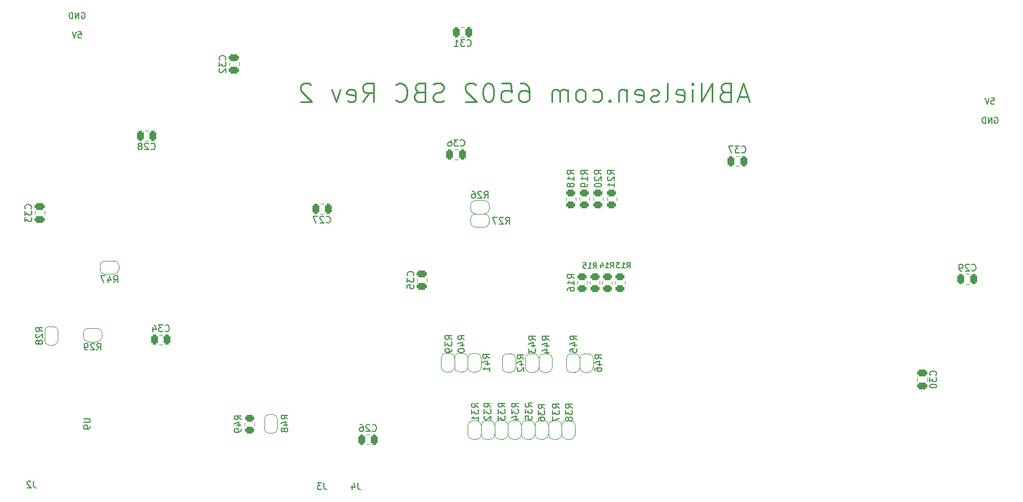
<source format=gbr>
%TF.GenerationSoftware,KiCad,Pcbnew,8.0.6*%
%TF.CreationDate,2025-06-27T07:10:50+02:00*%
%TF.ProjectId,6502,36353032-2e6b-4696-9361-645f70636258,1*%
%TF.SameCoordinates,Original*%
%TF.FileFunction,Legend,Bot*%
%TF.FilePolarity,Positive*%
%FSLAX46Y46*%
G04 Gerber Fmt 4.6, Leading zero omitted, Abs format (unit mm)*
G04 Created by KiCad (PCBNEW 8.0.6) date 2025-06-27 07:10:50*
%MOMM*%
%LPD*%
G01*
G04 APERTURE LIST*
G04 Aperture macros list*
%AMRoundRect*
0 Rectangle with rounded corners*
0 $1 Rounding radius*
0 $2 $3 $4 $5 $6 $7 $8 $9 X,Y pos of 4 corners*
0 Add a 4 corners polygon primitive as box body*
4,1,4,$2,$3,$4,$5,$6,$7,$8,$9,$2,$3,0*
0 Add four circle primitives for the rounded corners*
1,1,$1+$1,$2,$3*
1,1,$1+$1,$4,$5*
1,1,$1+$1,$6,$7*
1,1,$1+$1,$8,$9*
0 Add four rect primitives between the rounded corners*
20,1,$1+$1,$2,$3,$4,$5,0*
20,1,$1+$1,$4,$5,$6,$7,0*
20,1,$1+$1,$6,$7,$8,$9,0*
20,1,$1+$1,$8,$9,$2,$3,0*%
%AMFreePoly0*
4,1,19,0.500000,-0.750000,0.000000,-0.750000,0.000000,-0.744911,-0.071157,-0.744911,-0.207708,-0.704816,-0.327430,-0.627875,-0.420627,-0.520320,-0.479746,-0.390866,-0.500000,-0.250000,-0.500000,0.250000,-0.479746,0.390866,-0.420627,0.520320,-0.327430,0.627875,-0.207708,0.704816,-0.071157,0.744911,0.000000,0.744911,0.000000,0.750000,0.500000,0.750000,0.500000,-0.750000,0.500000,-0.750000,
$1*%
%AMFreePoly1*
4,1,19,0.000000,0.744911,0.071157,0.744911,0.207708,0.704816,0.327430,0.627875,0.420627,0.520320,0.479746,0.390866,0.500000,0.250000,0.500000,-0.250000,0.479746,-0.390866,0.420627,-0.520320,0.327430,-0.627875,0.207708,-0.704816,0.071157,-0.744911,0.000000,-0.744911,0.000000,-0.750000,-0.500000,-0.750000,-0.500000,0.750000,0.000000,0.750000,0.000000,0.744911,0.000000,0.744911,
$1*%
G04 Aperture macros list end*
%ADD10C,0.150000*%
%ADD11C,0.220000*%
%ADD12C,0.120000*%
%ADD13R,1.700000X1.700000*%
%ADD14O,1.700000X1.700000*%
%ADD15R,1.600000X1.600000*%
%ADD16O,1.600000X1.600000*%
%ADD17R,1.500000X1.600000*%
%ADD18C,1.600000*%
%ADD19C,3.000000*%
%ADD20R,1.440000X2.000000*%
%ADD21O,1.440000X2.000000*%
%ADD22C,1.500000*%
%ADD23C,0.650000*%
%ADD24O,1.000000X2.100000*%
%ADD25O,1.000000X1.600000*%
%ADD26C,4.000000*%
%ADD27C,7.000000*%
%ADD28RoundRect,0.250000X-0.450000X0.262500X-0.450000X-0.262500X0.450000X-0.262500X0.450000X0.262500X0*%
%ADD29FreePoly0,90.000000*%
%ADD30FreePoly1,90.000000*%
%ADD31RoundRect,0.250000X0.250000X0.475000X-0.250000X0.475000X-0.250000X-0.475000X0.250000X-0.475000X0*%
%ADD32RoundRect,0.250000X-0.475000X0.250000X-0.475000X-0.250000X0.475000X-0.250000X0.475000X0.250000X0*%
%ADD33FreePoly0,180.000000*%
%ADD34FreePoly1,180.000000*%
%ADD35RoundRect,0.250000X0.450000X-0.262500X0.450000X0.262500X-0.450000X0.262500X-0.450000X-0.262500X0*%
%ADD36RoundRect,0.250000X0.475000X-0.250000X0.475000X0.250000X-0.475000X0.250000X-0.475000X-0.250000X0*%
%ADD37RoundRect,0.250000X-0.250000X-0.475000X0.250000X-0.475000X0.250000X0.475000X-0.250000X0.475000X0*%
%ADD38R,2.000000X1.000000*%
%ADD39FreePoly0,270.000000*%
%ADD40FreePoly1,270.000000*%
%ADD41FreePoly0,0.000000*%
%ADD42FreePoly1,0.000000*%
G04 APERTURE END LIST*
D10*
X218052628Y-69230407D02*
X218481200Y-69230407D01*
X218481200Y-69230407D02*
X218524057Y-69658978D01*
X218524057Y-69658978D02*
X218481200Y-69616121D01*
X218481200Y-69616121D02*
X218395486Y-69573264D01*
X218395486Y-69573264D02*
X218181200Y-69573264D01*
X218181200Y-69573264D02*
X218095486Y-69616121D01*
X218095486Y-69616121D02*
X218052628Y-69658978D01*
X218052628Y-69658978D02*
X218009771Y-69744692D01*
X218009771Y-69744692D02*
X218009771Y-69958978D01*
X218009771Y-69958978D02*
X218052628Y-70044692D01*
X218052628Y-70044692D02*
X218095486Y-70087550D01*
X218095486Y-70087550D02*
X218181200Y-70130407D01*
X218181200Y-70130407D02*
X218395486Y-70130407D01*
X218395486Y-70130407D02*
X218481200Y-70087550D01*
X218481200Y-70087550D02*
X218524057Y-70044692D01*
X217752628Y-69230407D02*
X217452628Y-70130407D01*
X217452628Y-70130407D02*
X217152628Y-69230407D01*
X218566913Y-72171164D02*
X218652628Y-72128307D01*
X218652628Y-72128307D02*
X218781199Y-72128307D01*
X218781199Y-72128307D02*
X218909770Y-72171164D01*
X218909770Y-72171164D02*
X218995485Y-72256878D01*
X218995485Y-72256878D02*
X219038342Y-72342592D01*
X219038342Y-72342592D02*
X219081199Y-72514021D01*
X219081199Y-72514021D02*
X219081199Y-72642592D01*
X219081199Y-72642592D02*
X219038342Y-72814021D01*
X219038342Y-72814021D02*
X218995485Y-72899735D01*
X218995485Y-72899735D02*
X218909770Y-72985450D01*
X218909770Y-72985450D02*
X218781199Y-73028307D01*
X218781199Y-73028307D02*
X218695485Y-73028307D01*
X218695485Y-73028307D02*
X218566913Y-72985450D01*
X218566913Y-72985450D02*
X218524056Y-72942592D01*
X218524056Y-72942592D02*
X218524056Y-72642592D01*
X218524056Y-72642592D02*
X218695485Y-72642592D01*
X218138342Y-73028307D02*
X218138342Y-72128307D01*
X218138342Y-72128307D02*
X217624056Y-73028307D01*
X217624056Y-73028307D02*
X217624056Y-72128307D01*
X217195485Y-73028307D02*
X217195485Y-72128307D01*
X217195485Y-72128307D02*
X216981199Y-72128307D01*
X216981199Y-72128307D02*
X216852628Y-72171164D01*
X216852628Y-72171164D02*
X216766913Y-72256878D01*
X216766913Y-72256878D02*
X216724056Y-72342592D01*
X216724056Y-72342592D02*
X216681199Y-72514021D01*
X216681199Y-72514021D02*
X216681199Y-72642592D01*
X216681199Y-72642592D02*
X216724056Y-72814021D01*
X216724056Y-72814021D02*
X216766913Y-72899735D01*
X216766913Y-72899735D02*
X216852628Y-72985450D01*
X216852628Y-72985450D02*
X216981199Y-73028307D01*
X216981199Y-73028307D02*
X217195485Y-73028307D01*
D11*
X181675665Y-69013093D02*
X180342332Y-69013093D01*
X181942332Y-69813093D02*
X181008999Y-67013093D01*
X181008999Y-67013093D02*
X180075665Y-69813093D01*
X178208999Y-68346426D02*
X177808999Y-68479760D01*
X177808999Y-68479760D02*
X177675665Y-68613093D01*
X177675665Y-68613093D02*
X177542332Y-68879760D01*
X177542332Y-68879760D02*
X177542332Y-69279760D01*
X177542332Y-69279760D02*
X177675665Y-69546426D01*
X177675665Y-69546426D02*
X177808999Y-69679760D01*
X177808999Y-69679760D02*
X178075665Y-69813093D01*
X178075665Y-69813093D02*
X179142332Y-69813093D01*
X179142332Y-69813093D02*
X179142332Y-67013093D01*
X179142332Y-67013093D02*
X178208999Y-67013093D01*
X178208999Y-67013093D02*
X177942332Y-67146426D01*
X177942332Y-67146426D02*
X177808999Y-67279760D01*
X177808999Y-67279760D02*
X177675665Y-67546426D01*
X177675665Y-67546426D02*
X177675665Y-67813093D01*
X177675665Y-67813093D02*
X177808999Y-68079760D01*
X177808999Y-68079760D02*
X177942332Y-68213093D01*
X177942332Y-68213093D02*
X178208999Y-68346426D01*
X178208999Y-68346426D02*
X179142332Y-68346426D01*
X176342332Y-69813093D02*
X176342332Y-67013093D01*
X176342332Y-67013093D02*
X174742332Y-69813093D01*
X174742332Y-69813093D02*
X174742332Y-67013093D01*
X173408999Y-69813093D02*
X173408999Y-67946426D01*
X173408999Y-67013093D02*
X173542332Y-67146426D01*
X173542332Y-67146426D02*
X173408999Y-67279760D01*
X173408999Y-67279760D02*
X173275666Y-67146426D01*
X173275666Y-67146426D02*
X173408999Y-67013093D01*
X173408999Y-67013093D02*
X173408999Y-67279760D01*
X171008999Y-69679760D02*
X171275666Y-69813093D01*
X171275666Y-69813093D02*
X171808999Y-69813093D01*
X171808999Y-69813093D02*
X172075666Y-69679760D01*
X172075666Y-69679760D02*
X172208999Y-69413093D01*
X172208999Y-69413093D02*
X172208999Y-68346426D01*
X172208999Y-68346426D02*
X172075666Y-68079760D01*
X172075666Y-68079760D02*
X171808999Y-67946426D01*
X171808999Y-67946426D02*
X171275666Y-67946426D01*
X171275666Y-67946426D02*
X171008999Y-68079760D01*
X171008999Y-68079760D02*
X170875666Y-68346426D01*
X170875666Y-68346426D02*
X170875666Y-68613093D01*
X170875666Y-68613093D02*
X172208999Y-68879760D01*
X169275666Y-69813093D02*
X169542333Y-69679760D01*
X169542333Y-69679760D02*
X169675666Y-69413093D01*
X169675666Y-69413093D02*
X169675666Y-67013093D01*
X168342332Y-69679760D02*
X168075666Y-69813093D01*
X168075666Y-69813093D02*
X167542332Y-69813093D01*
X167542332Y-69813093D02*
X167275666Y-69679760D01*
X167275666Y-69679760D02*
X167142332Y-69413093D01*
X167142332Y-69413093D02*
X167142332Y-69279760D01*
X167142332Y-69279760D02*
X167275666Y-69013093D01*
X167275666Y-69013093D02*
X167542332Y-68879760D01*
X167542332Y-68879760D02*
X167942332Y-68879760D01*
X167942332Y-68879760D02*
X168208999Y-68746426D01*
X168208999Y-68746426D02*
X168342332Y-68479760D01*
X168342332Y-68479760D02*
X168342332Y-68346426D01*
X168342332Y-68346426D02*
X168208999Y-68079760D01*
X168208999Y-68079760D02*
X167942332Y-67946426D01*
X167942332Y-67946426D02*
X167542332Y-67946426D01*
X167542332Y-67946426D02*
X167275666Y-68079760D01*
X164875665Y-69679760D02*
X165142332Y-69813093D01*
X165142332Y-69813093D02*
X165675665Y-69813093D01*
X165675665Y-69813093D02*
X165942332Y-69679760D01*
X165942332Y-69679760D02*
X166075665Y-69413093D01*
X166075665Y-69413093D02*
X166075665Y-68346426D01*
X166075665Y-68346426D02*
X165942332Y-68079760D01*
X165942332Y-68079760D02*
X165675665Y-67946426D01*
X165675665Y-67946426D02*
X165142332Y-67946426D01*
X165142332Y-67946426D02*
X164875665Y-68079760D01*
X164875665Y-68079760D02*
X164742332Y-68346426D01*
X164742332Y-68346426D02*
X164742332Y-68613093D01*
X164742332Y-68613093D02*
X166075665Y-68879760D01*
X163542332Y-67946426D02*
X163542332Y-69813093D01*
X163542332Y-68213093D02*
X163408999Y-68079760D01*
X163408999Y-68079760D02*
X163142332Y-67946426D01*
X163142332Y-67946426D02*
X162742332Y-67946426D01*
X162742332Y-67946426D02*
X162475665Y-68079760D01*
X162475665Y-68079760D02*
X162342332Y-68346426D01*
X162342332Y-68346426D02*
X162342332Y-69813093D01*
X161008999Y-69546426D02*
X160875666Y-69679760D01*
X160875666Y-69679760D02*
X161008999Y-69813093D01*
X161008999Y-69813093D02*
X161142332Y-69679760D01*
X161142332Y-69679760D02*
X161008999Y-69546426D01*
X161008999Y-69546426D02*
X161008999Y-69813093D01*
X158475666Y-69679760D02*
X158742333Y-69813093D01*
X158742333Y-69813093D02*
X159275666Y-69813093D01*
X159275666Y-69813093D02*
X159542333Y-69679760D01*
X159542333Y-69679760D02*
X159675666Y-69546426D01*
X159675666Y-69546426D02*
X159808999Y-69279760D01*
X159808999Y-69279760D02*
X159808999Y-68479760D01*
X159808999Y-68479760D02*
X159675666Y-68213093D01*
X159675666Y-68213093D02*
X159542333Y-68079760D01*
X159542333Y-68079760D02*
X159275666Y-67946426D01*
X159275666Y-67946426D02*
X158742333Y-67946426D01*
X158742333Y-67946426D02*
X158475666Y-68079760D01*
X156875666Y-69813093D02*
X157142333Y-69679760D01*
X157142333Y-69679760D02*
X157275666Y-69546426D01*
X157275666Y-69546426D02*
X157408999Y-69279760D01*
X157408999Y-69279760D02*
X157408999Y-68479760D01*
X157408999Y-68479760D02*
X157275666Y-68213093D01*
X157275666Y-68213093D02*
X157142333Y-68079760D01*
X157142333Y-68079760D02*
X156875666Y-67946426D01*
X156875666Y-67946426D02*
X156475666Y-67946426D01*
X156475666Y-67946426D02*
X156208999Y-68079760D01*
X156208999Y-68079760D02*
X156075666Y-68213093D01*
X156075666Y-68213093D02*
X155942333Y-68479760D01*
X155942333Y-68479760D02*
X155942333Y-69279760D01*
X155942333Y-69279760D02*
X156075666Y-69546426D01*
X156075666Y-69546426D02*
X156208999Y-69679760D01*
X156208999Y-69679760D02*
X156475666Y-69813093D01*
X156475666Y-69813093D02*
X156875666Y-69813093D01*
X154742333Y-69813093D02*
X154742333Y-67946426D01*
X154742333Y-68213093D02*
X154609000Y-68079760D01*
X154609000Y-68079760D02*
X154342333Y-67946426D01*
X154342333Y-67946426D02*
X153942333Y-67946426D01*
X153942333Y-67946426D02*
X153675666Y-68079760D01*
X153675666Y-68079760D02*
X153542333Y-68346426D01*
X153542333Y-68346426D02*
X153542333Y-69813093D01*
X153542333Y-68346426D02*
X153409000Y-68079760D01*
X153409000Y-68079760D02*
X153142333Y-67946426D01*
X153142333Y-67946426D02*
X152742333Y-67946426D01*
X152742333Y-67946426D02*
X152475666Y-68079760D01*
X152475666Y-68079760D02*
X152342333Y-68346426D01*
X152342333Y-68346426D02*
X152342333Y-69813093D01*
X147675667Y-67013093D02*
X148209000Y-67013093D01*
X148209000Y-67013093D02*
X148475667Y-67146426D01*
X148475667Y-67146426D02*
X148609000Y-67279760D01*
X148609000Y-67279760D02*
X148875667Y-67679760D01*
X148875667Y-67679760D02*
X149009000Y-68213093D01*
X149009000Y-68213093D02*
X149009000Y-69279760D01*
X149009000Y-69279760D02*
X148875667Y-69546426D01*
X148875667Y-69546426D02*
X148742334Y-69679760D01*
X148742334Y-69679760D02*
X148475667Y-69813093D01*
X148475667Y-69813093D02*
X147942334Y-69813093D01*
X147942334Y-69813093D02*
X147675667Y-69679760D01*
X147675667Y-69679760D02*
X147542334Y-69546426D01*
X147542334Y-69546426D02*
X147409000Y-69279760D01*
X147409000Y-69279760D02*
X147409000Y-68613093D01*
X147409000Y-68613093D02*
X147542334Y-68346426D01*
X147542334Y-68346426D02*
X147675667Y-68213093D01*
X147675667Y-68213093D02*
X147942334Y-68079760D01*
X147942334Y-68079760D02*
X148475667Y-68079760D01*
X148475667Y-68079760D02*
X148742334Y-68213093D01*
X148742334Y-68213093D02*
X148875667Y-68346426D01*
X148875667Y-68346426D02*
X149009000Y-68613093D01*
X144875667Y-67013093D02*
X146209000Y-67013093D01*
X146209000Y-67013093D02*
X146342333Y-68346426D01*
X146342333Y-68346426D02*
X146209000Y-68213093D01*
X146209000Y-68213093D02*
X145942333Y-68079760D01*
X145942333Y-68079760D02*
X145275667Y-68079760D01*
X145275667Y-68079760D02*
X145009000Y-68213093D01*
X145009000Y-68213093D02*
X144875667Y-68346426D01*
X144875667Y-68346426D02*
X144742333Y-68613093D01*
X144742333Y-68613093D02*
X144742333Y-69279760D01*
X144742333Y-69279760D02*
X144875667Y-69546426D01*
X144875667Y-69546426D02*
X145009000Y-69679760D01*
X145009000Y-69679760D02*
X145275667Y-69813093D01*
X145275667Y-69813093D02*
X145942333Y-69813093D01*
X145942333Y-69813093D02*
X146209000Y-69679760D01*
X146209000Y-69679760D02*
X146342333Y-69546426D01*
X143009000Y-67013093D02*
X142742333Y-67013093D01*
X142742333Y-67013093D02*
X142475666Y-67146426D01*
X142475666Y-67146426D02*
X142342333Y-67279760D01*
X142342333Y-67279760D02*
X142209000Y-67546426D01*
X142209000Y-67546426D02*
X142075666Y-68079760D01*
X142075666Y-68079760D02*
X142075666Y-68746426D01*
X142075666Y-68746426D02*
X142209000Y-69279760D01*
X142209000Y-69279760D02*
X142342333Y-69546426D01*
X142342333Y-69546426D02*
X142475666Y-69679760D01*
X142475666Y-69679760D02*
X142742333Y-69813093D01*
X142742333Y-69813093D02*
X143009000Y-69813093D01*
X143009000Y-69813093D02*
X143275666Y-69679760D01*
X143275666Y-69679760D02*
X143409000Y-69546426D01*
X143409000Y-69546426D02*
X143542333Y-69279760D01*
X143542333Y-69279760D02*
X143675666Y-68746426D01*
X143675666Y-68746426D02*
X143675666Y-68079760D01*
X143675666Y-68079760D02*
X143542333Y-67546426D01*
X143542333Y-67546426D02*
X143409000Y-67279760D01*
X143409000Y-67279760D02*
X143275666Y-67146426D01*
X143275666Y-67146426D02*
X143009000Y-67013093D01*
X141008999Y-67279760D02*
X140875666Y-67146426D01*
X140875666Y-67146426D02*
X140608999Y-67013093D01*
X140608999Y-67013093D02*
X139942333Y-67013093D01*
X139942333Y-67013093D02*
X139675666Y-67146426D01*
X139675666Y-67146426D02*
X139542333Y-67279760D01*
X139542333Y-67279760D02*
X139408999Y-67546426D01*
X139408999Y-67546426D02*
X139408999Y-67813093D01*
X139408999Y-67813093D02*
X139542333Y-68213093D01*
X139542333Y-68213093D02*
X141142333Y-69813093D01*
X141142333Y-69813093D02*
X139408999Y-69813093D01*
X136208999Y-69679760D02*
X135808999Y-69813093D01*
X135808999Y-69813093D02*
X135142333Y-69813093D01*
X135142333Y-69813093D02*
X134875666Y-69679760D01*
X134875666Y-69679760D02*
X134742333Y-69546426D01*
X134742333Y-69546426D02*
X134608999Y-69279760D01*
X134608999Y-69279760D02*
X134608999Y-69013093D01*
X134608999Y-69013093D02*
X134742333Y-68746426D01*
X134742333Y-68746426D02*
X134875666Y-68613093D01*
X134875666Y-68613093D02*
X135142333Y-68479760D01*
X135142333Y-68479760D02*
X135675666Y-68346426D01*
X135675666Y-68346426D02*
X135942333Y-68213093D01*
X135942333Y-68213093D02*
X136075666Y-68079760D01*
X136075666Y-68079760D02*
X136208999Y-67813093D01*
X136208999Y-67813093D02*
X136208999Y-67546426D01*
X136208999Y-67546426D02*
X136075666Y-67279760D01*
X136075666Y-67279760D02*
X135942333Y-67146426D01*
X135942333Y-67146426D02*
X135675666Y-67013093D01*
X135675666Y-67013093D02*
X135008999Y-67013093D01*
X135008999Y-67013093D02*
X134608999Y-67146426D01*
X132475666Y-68346426D02*
X132075666Y-68479760D01*
X132075666Y-68479760D02*
X131942332Y-68613093D01*
X131942332Y-68613093D02*
X131808999Y-68879760D01*
X131808999Y-68879760D02*
X131808999Y-69279760D01*
X131808999Y-69279760D02*
X131942332Y-69546426D01*
X131942332Y-69546426D02*
X132075666Y-69679760D01*
X132075666Y-69679760D02*
X132342332Y-69813093D01*
X132342332Y-69813093D02*
X133408999Y-69813093D01*
X133408999Y-69813093D02*
X133408999Y-67013093D01*
X133408999Y-67013093D02*
X132475666Y-67013093D01*
X132475666Y-67013093D02*
X132208999Y-67146426D01*
X132208999Y-67146426D02*
X132075666Y-67279760D01*
X132075666Y-67279760D02*
X131942332Y-67546426D01*
X131942332Y-67546426D02*
X131942332Y-67813093D01*
X131942332Y-67813093D02*
X132075666Y-68079760D01*
X132075666Y-68079760D02*
X132208999Y-68213093D01*
X132208999Y-68213093D02*
X132475666Y-68346426D01*
X132475666Y-68346426D02*
X133408999Y-68346426D01*
X129008999Y-69546426D02*
X129142332Y-69679760D01*
X129142332Y-69679760D02*
X129542332Y-69813093D01*
X129542332Y-69813093D02*
X129808999Y-69813093D01*
X129808999Y-69813093D02*
X130208999Y-69679760D01*
X130208999Y-69679760D02*
X130475666Y-69413093D01*
X130475666Y-69413093D02*
X130608999Y-69146426D01*
X130608999Y-69146426D02*
X130742332Y-68613093D01*
X130742332Y-68613093D02*
X130742332Y-68213093D01*
X130742332Y-68213093D02*
X130608999Y-67679760D01*
X130608999Y-67679760D02*
X130475666Y-67413093D01*
X130475666Y-67413093D02*
X130208999Y-67146426D01*
X130208999Y-67146426D02*
X129808999Y-67013093D01*
X129808999Y-67013093D02*
X129542332Y-67013093D01*
X129542332Y-67013093D02*
X129142332Y-67146426D01*
X129142332Y-67146426D02*
X129008999Y-67279760D01*
X124075666Y-69813093D02*
X125008999Y-68479760D01*
X125675666Y-69813093D02*
X125675666Y-67013093D01*
X125675666Y-67013093D02*
X124608999Y-67013093D01*
X124608999Y-67013093D02*
X124342333Y-67146426D01*
X124342333Y-67146426D02*
X124208999Y-67279760D01*
X124208999Y-67279760D02*
X124075666Y-67546426D01*
X124075666Y-67546426D02*
X124075666Y-67946426D01*
X124075666Y-67946426D02*
X124208999Y-68213093D01*
X124208999Y-68213093D02*
X124342333Y-68346426D01*
X124342333Y-68346426D02*
X124608999Y-68479760D01*
X124608999Y-68479760D02*
X125675666Y-68479760D01*
X121808999Y-69679760D02*
X122075666Y-69813093D01*
X122075666Y-69813093D02*
X122608999Y-69813093D01*
X122608999Y-69813093D02*
X122875666Y-69679760D01*
X122875666Y-69679760D02*
X123008999Y-69413093D01*
X123008999Y-69413093D02*
X123008999Y-68346426D01*
X123008999Y-68346426D02*
X122875666Y-68079760D01*
X122875666Y-68079760D02*
X122608999Y-67946426D01*
X122608999Y-67946426D02*
X122075666Y-67946426D01*
X122075666Y-67946426D02*
X121808999Y-68079760D01*
X121808999Y-68079760D02*
X121675666Y-68346426D01*
X121675666Y-68346426D02*
X121675666Y-68613093D01*
X121675666Y-68613093D02*
X123008999Y-68879760D01*
X120742333Y-67946426D02*
X120075666Y-69813093D01*
X120075666Y-69813093D02*
X119408999Y-67946426D01*
X116342333Y-67279760D02*
X116209000Y-67146426D01*
X116209000Y-67146426D02*
X115942333Y-67013093D01*
X115942333Y-67013093D02*
X115275667Y-67013093D01*
X115275667Y-67013093D02*
X115009000Y-67146426D01*
X115009000Y-67146426D02*
X114875667Y-67279760D01*
X114875667Y-67279760D02*
X114742333Y-67546426D01*
X114742333Y-67546426D02*
X114742333Y-67813093D01*
X114742333Y-67813093D02*
X114875667Y-68213093D01*
X114875667Y-68213093D02*
X116475667Y-69813093D01*
X116475667Y-69813093D02*
X114742333Y-69813093D01*
D10*
X82041913Y-56497064D02*
X82127628Y-56454207D01*
X82127628Y-56454207D02*
X82256199Y-56454207D01*
X82256199Y-56454207D02*
X82384770Y-56497064D01*
X82384770Y-56497064D02*
X82470485Y-56582778D01*
X82470485Y-56582778D02*
X82513342Y-56668492D01*
X82513342Y-56668492D02*
X82556199Y-56839921D01*
X82556199Y-56839921D02*
X82556199Y-56968492D01*
X82556199Y-56968492D02*
X82513342Y-57139921D01*
X82513342Y-57139921D02*
X82470485Y-57225635D01*
X82470485Y-57225635D02*
X82384770Y-57311350D01*
X82384770Y-57311350D02*
X82256199Y-57354207D01*
X82256199Y-57354207D02*
X82170485Y-57354207D01*
X82170485Y-57354207D02*
X82041913Y-57311350D01*
X82041913Y-57311350D02*
X81999056Y-57268492D01*
X81999056Y-57268492D02*
X81999056Y-56968492D01*
X81999056Y-56968492D02*
X82170485Y-56968492D01*
X81613342Y-57354207D02*
X81613342Y-56454207D01*
X81613342Y-56454207D02*
X81099056Y-57354207D01*
X81099056Y-57354207D02*
X81099056Y-56454207D01*
X80670485Y-57354207D02*
X80670485Y-56454207D01*
X80670485Y-56454207D02*
X80456199Y-56454207D01*
X80456199Y-56454207D02*
X80327628Y-56497064D01*
X80327628Y-56497064D02*
X80241913Y-56582778D01*
X80241913Y-56582778D02*
X80199056Y-56668492D01*
X80199056Y-56668492D02*
X80156199Y-56839921D01*
X80156199Y-56839921D02*
X80156199Y-56968492D01*
X80156199Y-56968492D02*
X80199056Y-57139921D01*
X80199056Y-57139921D02*
X80241913Y-57225635D01*
X80241913Y-57225635D02*
X80327628Y-57311350D01*
X80327628Y-57311350D02*
X80456199Y-57354207D01*
X80456199Y-57354207D02*
X80670485Y-57354207D01*
X81527628Y-59352107D02*
X81956200Y-59352107D01*
X81956200Y-59352107D02*
X81999057Y-59780678D01*
X81999057Y-59780678D02*
X81956200Y-59737821D01*
X81956200Y-59737821D02*
X81870486Y-59694964D01*
X81870486Y-59694964D02*
X81656200Y-59694964D01*
X81656200Y-59694964D02*
X81570486Y-59737821D01*
X81570486Y-59737821D02*
X81527628Y-59780678D01*
X81527628Y-59780678D02*
X81484771Y-59866392D01*
X81484771Y-59866392D02*
X81484771Y-60080678D01*
X81484771Y-60080678D02*
X81527628Y-60166392D01*
X81527628Y-60166392D02*
X81570486Y-60209250D01*
X81570486Y-60209250D02*
X81656200Y-60252107D01*
X81656200Y-60252107D02*
X81870486Y-60252107D01*
X81870486Y-60252107D02*
X81956200Y-60209250D01*
X81956200Y-60209250D02*
X81999057Y-60166392D01*
X81227628Y-59352107D02*
X80927628Y-60252107D01*
X80927628Y-60252107D02*
X80627628Y-59352107D01*
X123369256Y-126808742D02*
X123369256Y-127523027D01*
X123369256Y-127523027D02*
X123416875Y-127665884D01*
X123416875Y-127665884D02*
X123512113Y-127761123D01*
X123512113Y-127761123D02*
X123654970Y-127808742D01*
X123654970Y-127808742D02*
X123750208Y-127808742D01*
X122464494Y-127142075D02*
X122464494Y-127808742D01*
X122702589Y-126761123D02*
X122940684Y-127475408D01*
X122940684Y-127475408D02*
X122321637Y-127475408D01*
X118289256Y-126808742D02*
X118289256Y-127523027D01*
X118289256Y-127523027D02*
X118336875Y-127665884D01*
X118336875Y-127665884D02*
X118432113Y-127761123D01*
X118432113Y-127761123D02*
X118574970Y-127808742D01*
X118574970Y-127808742D02*
X118670208Y-127808742D01*
X117908303Y-126808742D02*
X117289256Y-126808742D01*
X117289256Y-126808742D02*
X117622589Y-127189694D01*
X117622589Y-127189694D02*
X117479732Y-127189694D01*
X117479732Y-127189694D02*
X117384494Y-127237313D01*
X117384494Y-127237313D02*
X117336875Y-127284932D01*
X117336875Y-127284932D02*
X117289256Y-127380170D01*
X117289256Y-127380170D02*
X117289256Y-127618265D01*
X117289256Y-127618265D02*
X117336875Y-127713503D01*
X117336875Y-127713503D02*
X117384494Y-127761123D01*
X117384494Y-127761123D02*
X117479732Y-127808742D01*
X117479732Y-127808742D02*
X117765446Y-127808742D01*
X117765446Y-127808742D02*
X117860684Y-127761123D01*
X117860684Y-127761123D02*
X117908303Y-127713503D01*
X74855256Y-126554742D02*
X74855256Y-127269027D01*
X74855256Y-127269027D02*
X74902875Y-127411884D01*
X74902875Y-127411884D02*
X74998113Y-127507123D01*
X74998113Y-127507123D02*
X75140970Y-127554742D01*
X75140970Y-127554742D02*
X75236208Y-127554742D01*
X74426684Y-126649980D02*
X74379065Y-126602361D01*
X74379065Y-126602361D02*
X74283827Y-126554742D01*
X74283827Y-126554742D02*
X74045732Y-126554742D01*
X74045732Y-126554742D02*
X73950494Y-126602361D01*
X73950494Y-126602361D02*
X73902875Y-126649980D01*
X73902875Y-126649980D02*
X73855256Y-126745218D01*
X73855256Y-126745218D02*
X73855256Y-126840456D01*
X73855256Y-126840456D02*
X73902875Y-126983313D01*
X73902875Y-126983313D02*
X74474303Y-127554742D01*
X74474303Y-127554742D02*
X73855256Y-127554742D01*
X163582285Y-94648995D02*
X163848952Y-94268042D01*
X164039428Y-94648995D02*
X164039428Y-93848995D01*
X164039428Y-93848995D02*
X163734666Y-93848995D01*
X163734666Y-93848995D02*
X163658476Y-93887090D01*
X163658476Y-93887090D02*
X163620381Y-93925185D01*
X163620381Y-93925185D02*
X163582285Y-94001376D01*
X163582285Y-94001376D02*
X163582285Y-94115661D01*
X163582285Y-94115661D02*
X163620381Y-94191852D01*
X163620381Y-94191852D02*
X163658476Y-94229947D01*
X163658476Y-94229947D02*
X163734666Y-94268042D01*
X163734666Y-94268042D02*
X164039428Y-94268042D01*
X162820381Y-94648995D02*
X163277524Y-94648995D01*
X163048952Y-94648995D02*
X163048952Y-93848995D01*
X163048952Y-93848995D02*
X163125143Y-93963280D01*
X163125143Y-93963280D02*
X163201333Y-94039471D01*
X163201333Y-94039471D02*
X163277524Y-94077566D01*
X162553714Y-93848995D02*
X162058476Y-93848995D01*
X162058476Y-93848995D02*
X162325142Y-94153757D01*
X162325142Y-94153757D02*
X162210857Y-94153757D01*
X162210857Y-94153757D02*
X162134666Y-94191852D01*
X162134666Y-94191852D02*
X162096571Y-94229947D01*
X162096571Y-94229947D02*
X162058476Y-94306138D01*
X162058476Y-94306138D02*
X162058476Y-94496614D01*
X162058476Y-94496614D02*
X162096571Y-94572804D01*
X162096571Y-94572804D02*
X162134666Y-94610900D01*
X162134666Y-94610900D02*
X162210857Y-94648995D01*
X162210857Y-94648995D02*
X162439428Y-94648995D01*
X162439428Y-94648995D02*
X162515619Y-94610900D01*
X162515619Y-94610900D02*
X162553714Y-94572804D01*
X161118485Y-94650895D02*
X161385152Y-94269942D01*
X161575628Y-94650895D02*
X161575628Y-93850895D01*
X161575628Y-93850895D02*
X161270866Y-93850895D01*
X161270866Y-93850895D02*
X161194676Y-93888990D01*
X161194676Y-93888990D02*
X161156581Y-93927085D01*
X161156581Y-93927085D02*
X161118485Y-94003276D01*
X161118485Y-94003276D02*
X161118485Y-94117561D01*
X161118485Y-94117561D02*
X161156581Y-94193752D01*
X161156581Y-94193752D02*
X161194676Y-94231847D01*
X161194676Y-94231847D02*
X161270866Y-94269942D01*
X161270866Y-94269942D02*
X161575628Y-94269942D01*
X160356581Y-94650895D02*
X160813724Y-94650895D01*
X160585152Y-94650895D02*
X160585152Y-93850895D01*
X160585152Y-93850895D02*
X160661343Y-93965180D01*
X160661343Y-93965180D02*
X160737533Y-94041371D01*
X160737533Y-94041371D02*
X160813724Y-94079466D01*
X159670866Y-94117561D02*
X159670866Y-94650895D01*
X159861342Y-93812800D02*
X160051819Y-94384228D01*
X160051819Y-94384228D02*
X159556580Y-94384228D01*
X158553085Y-94670595D02*
X158819752Y-94289642D01*
X159010228Y-94670595D02*
X159010228Y-93870595D01*
X159010228Y-93870595D02*
X158705466Y-93870595D01*
X158705466Y-93870595D02*
X158629276Y-93908690D01*
X158629276Y-93908690D02*
X158591181Y-93946785D01*
X158591181Y-93946785D02*
X158553085Y-94022976D01*
X158553085Y-94022976D02*
X158553085Y-94137261D01*
X158553085Y-94137261D02*
X158591181Y-94213452D01*
X158591181Y-94213452D02*
X158629276Y-94251547D01*
X158629276Y-94251547D02*
X158705466Y-94289642D01*
X158705466Y-94289642D02*
X159010228Y-94289642D01*
X157791181Y-94670595D02*
X158248324Y-94670595D01*
X158019752Y-94670595D02*
X158019752Y-93870595D01*
X158019752Y-93870595D02*
X158095943Y-93984880D01*
X158095943Y-93984880D02*
X158172133Y-94061071D01*
X158172133Y-94061071D02*
X158248324Y-94099166D01*
X157067371Y-93870595D02*
X157448323Y-93870595D01*
X157448323Y-93870595D02*
X157486419Y-94251547D01*
X157486419Y-94251547D02*
X157448323Y-94213452D01*
X157448323Y-94213452D02*
X157372133Y-94175357D01*
X157372133Y-94175357D02*
X157181657Y-94175357D01*
X157181657Y-94175357D02*
X157105466Y-94213452D01*
X157105466Y-94213452D02*
X157067371Y-94251547D01*
X157067371Y-94251547D02*
X157029276Y-94327738D01*
X157029276Y-94327738D02*
X157029276Y-94518214D01*
X157029276Y-94518214D02*
X157067371Y-94594404D01*
X157067371Y-94594404D02*
X157105466Y-94632500D01*
X157105466Y-94632500D02*
X157181657Y-94670595D01*
X157181657Y-94670595D02*
X157372133Y-94670595D01*
X157372133Y-94670595D02*
X157448323Y-94632500D01*
X157448323Y-94632500D02*
X157486419Y-94594404D01*
X155700619Y-96209242D02*
X155224428Y-95875909D01*
X155700619Y-95637814D02*
X154700619Y-95637814D01*
X154700619Y-95637814D02*
X154700619Y-96018766D01*
X154700619Y-96018766D02*
X154748238Y-96114004D01*
X154748238Y-96114004D02*
X154795857Y-96161623D01*
X154795857Y-96161623D02*
X154891095Y-96209242D01*
X154891095Y-96209242D02*
X155033952Y-96209242D01*
X155033952Y-96209242D02*
X155129190Y-96161623D01*
X155129190Y-96161623D02*
X155176809Y-96114004D01*
X155176809Y-96114004D02*
X155224428Y-96018766D01*
X155224428Y-96018766D02*
X155224428Y-95637814D01*
X155700619Y-97161623D02*
X155700619Y-96590195D01*
X155700619Y-96875909D02*
X154700619Y-96875909D01*
X154700619Y-96875909D02*
X154843476Y-96780671D01*
X154843476Y-96780671D02*
X154938714Y-96685433D01*
X154938714Y-96685433D02*
X154986333Y-96590195D01*
X154700619Y-98018766D02*
X154700619Y-97828290D01*
X154700619Y-97828290D02*
X154748238Y-97733052D01*
X154748238Y-97733052D02*
X154795857Y-97685433D01*
X154795857Y-97685433D02*
X154938714Y-97590195D01*
X154938714Y-97590195D02*
X155129190Y-97542576D01*
X155129190Y-97542576D02*
X155510142Y-97542576D01*
X155510142Y-97542576D02*
X155605380Y-97590195D01*
X155605380Y-97590195D02*
X155653000Y-97637814D01*
X155653000Y-97637814D02*
X155700619Y-97733052D01*
X155700619Y-97733052D02*
X155700619Y-97923528D01*
X155700619Y-97923528D02*
X155653000Y-98018766D01*
X155653000Y-98018766D02*
X155605380Y-98066385D01*
X155605380Y-98066385D02*
X155510142Y-98114004D01*
X155510142Y-98114004D02*
X155272047Y-98114004D01*
X155272047Y-98114004D02*
X155176809Y-98066385D01*
X155176809Y-98066385D02*
X155129190Y-98018766D01*
X155129190Y-98018766D02*
X155081571Y-97923528D01*
X155081571Y-97923528D02*
X155081571Y-97733052D01*
X155081571Y-97733052D02*
X155129190Y-97637814D01*
X155129190Y-97637814D02*
X155176809Y-97590195D01*
X155176809Y-97590195D02*
X155272047Y-97542576D01*
X151305419Y-115663742D02*
X150829228Y-115330409D01*
X151305419Y-115092314D02*
X150305419Y-115092314D01*
X150305419Y-115092314D02*
X150305419Y-115473266D01*
X150305419Y-115473266D02*
X150353038Y-115568504D01*
X150353038Y-115568504D02*
X150400657Y-115616123D01*
X150400657Y-115616123D02*
X150495895Y-115663742D01*
X150495895Y-115663742D02*
X150638752Y-115663742D01*
X150638752Y-115663742D02*
X150733990Y-115616123D01*
X150733990Y-115616123D02*
X150781609Y-115568504D01*
X150781609Y-115568504D02*
X150829228Y-115473266D01*
X150829228Y-115473266D02*
X150829228Y-115092314D01*
X150305419Y-115997076D02*
X150305419Y-116616123D01*
X150305419Y-116616123D02*
X150686371Y-116282790D01*
X150686371Y-116282790D02*
X150686371Y-116425647D01*
X150686371Y-116425647D02*
X150733990Y-116520885D01*
X150733990Y-116520885D02*
X150781609Y-116568504D01*
X150781609Y-116568504D02*
X150876847Y-116616123D01*
X150876847Y-116616123D02*
X151114942Y-116616123D01*
X151114942Y-116616123D02*
X151210180Y-116568504D01*
X151210180Y-116568504D02*
X151257800Y-116520885D01*
X151257800Y-116520885D02*
X151305419Y-116425647D01*
X151305419Y-116425647D02*
X151305419Y-116139933D01*
X151305419Y-116139933D02*
X151257800Y-116044695D01*
X151257800Y-116044695D02*
X151210180Y-115997076D01*
X150305419Y-117473266D02*
X150305419Y-117282790D01*
X150305419Y-117282790D02*
X150353038Y-117187552D01*
X150353038Y-117187552D02*
X150400657Y-117139933D01*
X150400657Y-117139933D02*
X150543514Y-117044695D01*
X150543514Y-117044695D02*
X150733990Y-116997076D01*
X150733990Y-116997076D02*
X151114942Y-116997076D01*
X151114942Y-116997076D02*
X151210180Y-117044695D01*
X151210180Y-117044695D02*
X151257800Y-117092314D01*
X151257800Y-117092314D02*
X151305419Y-117187552D01*
X151305419Y-117187552D02*
X151305419Y-117378028D01*
X151305419Y-117378028D02*
X151257800Y-117473266D01*
X151257800Y-117473266D02*
X151210180Y-117520885D01*
X151210180Y-117520885D02*
X151114942Y-117568504D01*
X151114942Y-117568504D02*
X150876847Y-117568504D01*
X150876847Y-117568504D02*
X150781609Y-117520885D01*
X150781609Y-117520885D02*
X150733990Y-117473266D01*
X150733990Y-117473266D02*
X150686371Y-117378028D01*
X150686371Y-117378028D02*
X150686371Y-117187552D01*
X150686371Y-117187552D02*
X150733990Y-117092314D01*
X150733990Y-117092314D02*
X150781609Y-117044695D01*
X150781609Y-117044695D02*
X150876847Y-116997076D01*
X94511057Y-104089580D02*
X94558676Y-104137200D01*
X94558676Y-104137200D02*
X94701533Y-104184819D01*
X94701533Y-104184819D02*
X94796771Y-104184819D01*
X94796771Y-104184819D02*
X94939628Y-104137200D01*
X94939628Y-104137200D02*
X95034866Y-104041961D01*
X95034866Y-104041961D02*
X95082485Y-103946723D01*
X95082485Y-103946723D02*
X95130104Y-103756247D01*
X95130104Y-103756247D02*
X95130104Y-103613390D01*
X95130104Y-103613390D02*
X95082485Y-103422914D01*
X95082485Y-103422914D02*
X95034866Y-103327676D01*
X95034866Y-103327676D02*
X94939628Y-103232438D01*
X94939628Y-103232438D02*
X94796771Y-103184819D01*
X94796771Y-103184819D02*
X94701533Y-103184819D01*
X94701533Y-103184819D02*
X94558676Y-103232438D01*
X94558676Y-103232438D02*
X94511057Y-103280057D01*
X94177723Y-103184819D02*
X93558676Y-103184819D01*
X93558676Y-103184819D02*
X93892009Y-103565771D01*
X93892009Y-103565771D02*
X93749152Y-103565771D01*
X93749152Y-103565771D02*
X93653914Y-103613390D01*
X93653914Y-103613390D02*
X93606295Y-103661009D01*
X93606295Y-103661009D02*
X93558676Y-103756247D01*
X93558676Y-103756247D02*
X93558676Y-103994342D01*
X93558676Y-103994342D02*
X93606295Y-104089580D01*
X93606295Y-104089580D02*
X93653914Y-104137200D01*
X93653914Y-104137200D02*
X93749152Y-104184819D01*
X93749152Y-104184819D02*
X94034866Y-104184819D01*
X94034866Y-104184819D02*
X94130104Y-104137200D01*
X94130104Y-104137200D02*
X94177723Y-104089580D01*
X92701533Y-103518152D02*
X92701533Y-104184819D01*
X92939628Y-103137200D02*
X93177723Y-103851485D01*
X93177723Y-103851485D02*
X92558676Y-103851485D01*
X143253619Y-115485942D02*
X142777428Y-115152609D01*
X143253619Y-114914514D02*
X142253619Y-114914514D01*
X142253619Y-114914514D02*
X142253619Y-115295466D01*
X142253619Y-115295466D02*
X142301238Y-115390704D01*
X142301238Y-115390704D02*
X142348857Y-115438323D01*
X142348857Y-115438323D02*
X142444095Y-115485942D01*
X142444095Y-115485942D02*
X142586952Y-115485942D01*
X142586952Y-115485942D02*
X142682190Y-115438323D01*
X142682190Y-115438323D02*
X142729809Y-115390704D01*
X142729809Y-115390704D02*
X142777428Y-115295466D01*
X142777428Y-115295466D02*
X142777428Y-114914514D01*
X142253619Y-115819276D02*
X142253619Y-116438323D01*
X142253619Y-116438323D02*
X142634571Y-116104990D01*
X142634571Y-116104990D02*
X142634571Y-116247847D01*
X142634571Y-116247847D02*
X142682190Y-116343085D01*
X142682190Y-116343085D02*
X142729809Y-116390704D01*
X142729809Y-116390704D02*
X142825047Y-116438323D01*
X142825047Y-116438323D02*
X143063142Y-116438323D01*
X143063142Y-116438323D02*
X143158380Y-116390704D01*
X143158380Y-116390704D02*
X143206000Y-116343085D01*
X143206000Y-116343085D02*
X143253619Y-116247847D01*
X143253619Y-116247847D02*
X143253619Y-115962133D01*
X143253619Y-115962133D02*
X143206000Y-115866895D01*
X143206000Y-115866895D02*
X143158380Y-115819276D01*
X142348857Y-116819276D02*
X142301238Y-116866895D01*
X142301238Y-116866895D02*
X142253619Y-116962133D01*
X142253619Y-116962133D02*
X142253619Y-117200228D01*
X142253619Y-117200228D02*
X142301238Y-117295466D01*
X142301238Y-117295466D02*
X142348857Y-117343085D01*
X142348857Y-117343085D02*
X142444095Y-117390704D01*
X142444095Y-117390704D02*
X142539333Y-117390704D01*
X142539333Y-117390704D02*
X142682190Y-117343085D01*
X142682190Y-117343085D02*
X143253619Y-116771657D01*
X143253619Y-116771657D02*
X143253619Y-117390704D01*
X159763619Y-80637142D02*
X159287428Y-80303809D01*
X159763619Y-80065714D02*
X158763619Y-80065714D01*
X158763619Y-80065714D02*
X158763619Y-80446666D01*
X158763619Y-80446666D02*
X158811238Y-80541904D01*
X158811238Y-80541904D02*
X158858857Y-80589523D01*
X158858857Y-80589523D02*
X158954095Y-80637142D01*
X158954095Y-80637142D02*
X159096952Y-80637142D01*
X159096952Y-80637142D02*
X159192190Y-80589523D01*
X159192190Y-80589523D02*
X159239809Y-80541904D01*
X159239809Y-80541904D02*
X159287428Y-80446666D01*
X159287428Y-80446666D02*
X159287428Y-80065714D01*
X158858857Y-81018095D02*
X158811238Y-81065714D01*
X158811238Y-81065714D02*
X158763619Y-81160952D01*
X158763619Y-81160952D02*
X158763619Y-81399047D01*
X158763619Y-81399047D02*
X158811238Y-81494285D01*
X158811238Y-81494285D02*
X158858857Y-81541904D01*
X158858857Y-81541904D02*
X158954095Y-81589523D01*
X158954095Y-81589523D02*
X159049333Y-81589523D01*
X159049333Y-81589523D02*
X159192190Y-81541904D01*
X159192190Y-81541904D02*
X159763619Y-80970476D01*
X159763619Y-80970476D02*
X159763619Y-81589523D01*
X158763619Y-82208571D02*
X158763619Y-82303809D01*
X158763619Y-82303809D02*
X158811238Y-82399047D01*
X158811238Y-82399047D02*
X158858857Y-82446666D01*
X158858857Y-82446666D02*
X158954095Y-82494285D01*
X158954095Y-82494285D02*
X159144571Y-82541904D01*
X159144571Y-82541904D02*
X159382666Y-82541904D01*
X159382666Y-82541904D02*
X159573142Y-82494285D01*
X159573142Y-82494285D02*
X159668380Y-82446666D01*
X159668380Y-82446666D02*
X159716000Y-82399047D01*
X159716000Y-82399047D02*
X159763619Y-82303809D01*
X159763619Y-82303809D02*
X159763619Y-82208571D01*
X159763619Y-82208571D02*
X159716000Y-82113333D01*
X159716000Y-82113333D02*
X159668380Y-82065714D01*
X159668380Y-82065714D02*
X159573142Y-82018095D01*
X159573142Y-82018095D02*
X159382666Y-81970476D01*
X159382666Y-81970476D02*
X159144571Y-81970476D01*
X159144571Y-81970476D02*
X158954095Y-82018095D01*
X158954095Y-82018095D02*
X158858857Y-82065714D01*
X158858857Y-82065714D02*
X158811238Y-82113333D01*
X158811238Y-82113333D02*
X158763619Y-82208571D01*
X103505380Y-63517542D02*
X103553000Y-63469923D01*
X103553000Y-63469923D02*
X103600619Y-63327066D01*
X103600619Y-63327066D02*
X103600619Y-63231828D01*
X103600619Y-63231828D02*
X103553000Y-63088971D01*
X103553000Y-63088971D02*
X103457761Y-62993733D01*
X103457761Y-62993733D02*
X103362523Y-62946114D01*
X103362523Y-62946114D02*
X103172047Y-62898495D01*
X103172047Y-62898495D02*
X103029190Y-62898495D01*
X103029190Y-62898495D02*
X102838714Y-62946114D01*
X102838714Y-62946114D02*
X102743476Y-62993733D01*
X102743476Y-62993733D02*
X102648238Y-63088971D01*
X102648238Y-63088971D02*
X102600619Y-63231828D01*
X102600619Y-63231828D02*
X102600619Y-63327066D01*
X102600619Y-63327066D02*
X102648238Y-63469923D01*
X102648238Y-63469923D02*
X102695857Y-63517542D01*
X102600619Y-63850876D02*
X102600619Y-64469923D01*
X102600619Y-64469923D02*
X102981571Y-64136590D01*
X102981571Y-64136590D02*
X102981571Y-64279447D01*
X102981571Y-64279447D02*
X103029190Y-64374685D01*
X103029190Y-64374685D02*
X103076809Y-64422304D01*
X103076809Y-64422304D02*
X103172047Y-64469923D01*
X103172047Y-64469923D02*
X103410142Y-64469923D01*
X103410142Y-64469923D02*
X103505380Y-64422304D01*
X103505380Y-64422304D02*
X103553000Y-64374685D01*
X103553000Y-64374685D02*
X103600619Y-64279447D01*
X103600619Y-64279447D02*
X103600619Y-63993733D01*
X103600619Y-63993733D02*
X103553000Y-63898495D01*
X103553000Y-63898495D02*
X103505380Y-63850876D01*
X102695857Y-64850876D02*
X102648238Y-64898495D01*
X102648238Y-64898495D02*
X102600619Y-64993733D01*
X102600619Y-64993733D02*
X102600619Y-65231828D01*
X102600619Y-65231828D02*
X102648238Y-65327066D01*
X102648238Y-65327066D02*
X102695857Y-65374685D01*
X102695857Y-65374685D02*
X102791095Y-65422304D01*
X102791095Y-65422304D02*
X102886333Y-65422304D01*
X102886333Y-65422304D02*
X103029190Y-65374685D01*
X103029190Y-65374685D02*
X103600619Y-64803257D01*
X103600619Y-64803257D02*
X103600619Y-65422304D01*
X141374019Y-115536742D02*
X140897828Y-115203409D01*
X141374019Y-114965314D02*
X140374019Y-114965314D01*
X140374019Y-114965314D02*
X140374019Y-115346266D01*
X140374019Y-115346266D02*
X140421638Y-115441504D01*
X140421638Y-115441504D02*
X140469257Y-115489123D01*
X140469257Y-115489123D02*
X140564495Y-115536742D01*
X140564495Y-115536742D02*
X140707352Y-115536742D01*
X140707352Y-115536742D02*
X140802590Y-115489123D01*
X140802590Y-115489123D02*
X140850209Y-115441504D01*
X140850209Y-115441504D02*
X140897828Y-115346266D01*
X140897828Y-115346266D02*
X140897828Y-114965314D01*
X140374019Y-115870076D02*
X140374019Y-116489123D01*
X140374019Y-116489123D02*
X140754971Y-116155790D01*
X140754971Y-116155790D02*
X140754971Y-116298647D01*
X140754971Y-116298647D02*
X140802590Y-116393885D01*
X140802590Y-116393885D02*
X140850209Y-116441504D01*
X140850209Y-116441504D02*
X140945447Y-116489123D01*
X140945447Y-116489123D02*
X141183542Y-116489123D01*
X141183542Y-116489123D02*
X141278780Y-116441504D01*
X141278780Y-116441504D02*
X141326400Y-116393885D01*
X141326400Y-116393885D02*
X141374019Y-116298647D01*
X141374019Y-116298647D02*
X141374019Y-116012933D01*
X141374019Y-116012933D02*
X141326400Y-115917695D01*
X141326400Y-115917695D02*
X141278780Y-115870076D01*
X141374019Y-117441504D02*
X141374019Y-116870076D01*
X141374019Y-117155790D02*
X140374019Y-117155790D01*
X140374019Y-117155790D02*
X140516876Y-117060552D01*
X140516876Y-117060552D02*
X140612114Y-116965314D01*
X140612114Y-116965314D02*
X140659733Y-116870076D01*
X137411619Y-105376742D02*
X136935428Y-105043409D01*
X137411619Y-104805314D02*
X136411619Y-104805314D01*
X136411619Y-104805314D02*
X136411619Y-105186266D01*
X136411619Y-105186266D02*
X136459238Y-105281504D01*
X136459238Y-105281504D02*
X136506857Y-105329123D01*
X136506857Y-105329123D02*
X136602095Y-105376742D01*
X136602095Y-105376742D02*
X136744952Y-105376742D01*
X136744952Y-105376742D02*
X136840190Y-105329123D01*
X136840190Y-105329123D02*
X136887809Y-105281504D01*
X136887809Y-105281504D02*
X136935428Y-105186266D01*
X136935428Y-105186266D02*
X136935428Y-104805314D01*
X136411619Y-105710076D02*
X136411619Y-106329123D01*
X136411619Y-106329123D02*
X136792571Y-105995790D01*
X136792571Y-105995790D02*
X136792571Y-106138647D01*
X136792571Y-106138647D02*
X136840190Y-106233885D01*
X136840190Y-106233885D02*
X136887809Y-106281504D01*
X136887809Y-106281504D02*
X136983047Y-106329123D01*
X136983047Y-106329123D02*
X137221142Y-106329123D01*
X137221142Y-106329123D02*
X137316380Y-106281504D01*
X137316380Y-106281504D02*
X137364000Y-106233885D01*
X137364000Y-106233885D02*
X137411619Y-106138647D01*
X137411619Y-106138647D02*
X137411619Y-105852933D01*
X137411619Y-105852933D02*
X137364000Y-105757695D01*
X137364000Y-105757695D02*
X137316380Y-105710076D01*
X137411619Y-106805314D02*
X137411619Y-106995790D01*
X137411619Y-106995790D02*
X137364000Y-107091028D01*
X137364000Y-107091028D02*
X137316380Y-107138647D01*
X137316380Y-107138647D02*
X137173523Y-107233885D01*
X137173523Y-107233885D02*
X136983047Y-107281504D01*
X136983047Y-107281504D02*
X136602095Y-107281504D01*
X136602095Y-107281504D02*
X136506857Y-107233885D01*
X136506857Y-107233885D02*
X136459238Y-107186266D01*
X136459238Y-107186266D02*
X136411619Y-107091028D01*
X136411619Y-107091028D02*
X136411619Y-106900552D01*
X136411619Y-106900552D02*
X136459238Y-106805314D01*
X136459238Y-106805314D02*
X136506857Y-106757695D01*
X136506857Y-106757695D02*
X136602095Y-106710076D01*
X136602095Y-106710076D02*
X136840190Y-106710076D01*
X136840190Y-106710076D02*
X136935428Y-106757695D01*
X136935428Y-106757695D02*
X136983047Y-106805314D01*
X136983047Y-106805314D02*
X137030666Y-106900552D01*
X137030666Y-106900552D02*
X137030666Y-107091028D01*
X137030666Y-107091028D02*
X136983047Y-107186266D01*
X136983047Y-107186266D02*
X136935428Y-107233885D01*
X136935428Y-107233885D02*
X136840190Y-107281504D01*
X215135657Y-94996380D02*
X215183276Y-95044000D01*
X215183276Y-95044000D02*
X215326133Y-95091619D01*
X215326133Y-95091619D02*
X215421371Y-95091619D01*
X215421371Y-95091619D02*
X215564228Y-95044000D01*
X215564228Y-95044000D02*
X215659466Y-94948761D01*
X215659466Y-94948761D02*
X215707085Y-94853523D01*
X215707085Y-94853523D02*
X215754704Y-94663047D01*
X215754704Y-94663047D02*
X215754704Y-94520190D01*
X215754704Y-94520190D02*
X215707085Y-94329714D01*
X215707085Y-94329714D02*
X215659466Y-94234476D01*
X215659466Y-94234476D02*
X215564228Y-94139238D01*
X215564228Y-94139238D02*
X215421371Y-94091619D01*
X215421371Y-94091619D02*
X215326133Y-94091619D01*
X215326133Y-94091619D02*
X215183276Y-94139238D01*
X215183276Y-94139238D02*
X215135657Y-94186857D01*
X214754704Y-94186857D02*
X214707085Y-94139238D01*
X214707085Y-94139238D02*
X214611847Y-94091619D01*
X214611847Y-94091619D02*
X214373752Y-94091619D01*
X214373752Y-94091619D02*
X214278514Y-94139238D01*
X214278514Y-94139238D02*
X214230895Y-94186857D01*
X214230895Y-94186857D02*
X214183276Y-94282095D01*
X214183276Y-94282095D02*
X214183276Y-94377333D01*
X214183276Y-94377333D02*
X214230895Y-94520190D01*
X214230895Y-94520190D02*
X214802323Y-95091619D01*
X214802323Y-95091619D02*
X214183276Y-95091619D01*
X213707085Y-95091619D02*
X213516609Y-95091619D01*
X213516609Y-95091619D02*
X213421371Y-95044000D01*
X213421371Y-95044000D02*
X213373752Y-94996380D01*
X213373752Y-94996380D02*
X213278514Y-94853523D01*
X213278514Y-94853523D02*
X213230895Y-94663047D01*
X213230895Y-94663047D02*
X213230895Y-94282095D01*
X213230895Y-94282095D02*
X213278514Y-94186857D01*
X213278514Y-94186857D02*
X213326133Y-94139238D01*
X213326133Y-94139238D02*
X213421371Y-94091619D01*
X213421371Y-94091619D02*
X213611847Y-94091619D01*
X213611847Y-94091619D02*
X213707085Y-94139238D01*
X213707085Y-94139238D02*
X213754704Y-94186857D01*
X213754704Y-94186857D02*
X213802323Y-94282095D01*
X213802323Y-94282095D02*
X213802323Y-94520190D01*
X213802323Y-94520190D02*
X213754704Y-94615428D01*
X213754704Y-94615428D02*
X213707085Y-94663047D01*
X213707085Y-94663047D02*
X213611847Y-94710666D01*
X213611847Y-94710666D02*
X213421371Y-94710666D01*
X213421371Y-94710666D02*
X213326133Y-94663047D01*
X213326133Y-94663047D02*
X213278514Y-94615428D01*
X213278514Y-94615428D02*
X213230895Y-94520190D01*
X142242857Y-84204819D02*
X142576190Y-83728628D01*
X142814285Y-84204819D02*
X142814285Y-83204819D01*
X142814285Y-83204819D02*
X142433333Y-83204819D01*
X142433333Y-83204819D02*
X142338095Y-83252438D01*
X142338095Y-83252438D02*
X142290476Y-83300057D01*
X142290476Y-83300057D02*
X142242857Y-83395295D01*
X142242857Y-83395295D02*
X142242857Y-83538152D01*
X142242857Y-83538152D02*
X142290476Y-83633390D01*
X142290476Y-83633390D02*
X142338095Y-83681009D01*
X142338095Y-83681009D02*
X142433333Y-83728628D01*
X142433333Y-83728628D02*
X142814285Y-83728628D01*
X141861904Y-83300057D02*
X141814285Y-83252438D01*
X141814285Y-83252438D02*
X141719047Y-83204819D01*
X141719047Y-83204819D02*
X141480952Y-83204819D01*
X141480952Y-83204819D02*
X141385714Y-83252438D01*
X141385714Y-83252438D02*
X141338095Y-83300057D01*
X141338095Y-83300057D02*
X141290476Y-83395295D01*
X141290476Y-83395295D02*
X141290476Y-83490533D01*
X141290476Y-83490533D02*
X141338095Y-83633390D01*
X141338095Y-83633390D02*
X141909523Y-84204819D01*
X141909523Y-84204819D02*
X141290476Y-84204819D01*
X140433333Y-83204819D02*
X140623809Y-83204819D01*
X140623809Y-83204819D02*
X140719047Y-83252438D01*
X140719047Y-83252438D02*
X140766666Y-83300057D01*
X140766666Y-83300057D02*
X140861904Y-83442914D01*
X140861904Y-83442914D02*
X140909523Y-83633390D01*
X140909523Y-83633390D02*
X140909523Y-84014342D01*
X140909523Y-84014342D02*
X140861904Y-84109580D01*
X140861904Y-84109580D02*
X140814285Y-84157200D01*
X140814285Y-84157200D02*
X140719047Y-84204819D01*
X140719047Y-84204819D02*
X140528571Y-84204819D01*
X140528571Y-84204819D02*
X140433333Y-84157200D01*
X140433333Y-84157200D02*
X140385714Y-84109580D01*
X140385714Y-84109580D02*
X140338095Y-84014342D01*
X140338095Y-84014342D02*
X140338095Y-83776247D01*
X140338095Y-83776247D02*
X140385714Y-83681009D01*
X140385714Y-83681009D02*
X140433333Y-83633390D01*
X140433333Y-83633390D02*
X140528571Y-83585771D01*
X140528571Y-83585771D02*
X140719047Y-83585771D01*
X140719047Y-83585771D02*
X140814285Y-83633390D01*
X140814285Y-83633390D02*
X140861904Y-83681009D01*
X140861904Y-83681009D02*
X140909523Y-83776247D01*
X105864819Y-117340142D02*
X105388628Y-117006809D01*
X105864819Y-116768714D02*
X104864819Y-116768714D01*
X104864819Y-116768714D02*
X104864819Y-117149666D01*
X104864819Y-117149666D02*
X104912438Y-117244904D01*
X104912438Y-117244904D02*
X104960057Y-117292523D01*
X104960057Y-117292523D02*
X105055295Y-117340142D01*
X105055295Y-117340142D02*
X105198152Y-117340142D01*
X105198152Y-117340142D02*
X105293390Y-117292523D01*
X105293390Y-117292523D02*
X105341009Y-117244904D01*
X105341009Y-117244904D02*
X105388628Y-117149666D01*
X105388628Y-117149666D02*
X105388628Y-116768714D01*
X105198152Y-118197285D02*
X105864819Y-118197285D01*
X104817200Y-117959190D02*
X105531485Y-117721095D01*
X105531485Y-117721095D02*
X105531485Y-118340142D01*
X105864819Y-118768714D02*
X105864819Y-118959190D01*
X105864819Y-118959190D02*
X105817200Y-119054428D01*
X105817200Y-119054428D02*
X105769580Y-119102047D01*
X105769580Y-119102047D02*
X105626723Y-119197285D01*
X105626723Y-119197285D02*
X105436247Y-119244904D01*
X105436247Y-119244904D02*
X105055295Y-119244904D01*
X105055295Y-119244904D02*
X104960057Y-119197285D01*
X104960057Y-119197285D02*
X104912438Y-119149666D01*
X104912438Y-119149666D02*
X104864819Y-119054428D01*
X104864819Y-119054428D02*
X104864819Y-118863952D01*
X104864819Y-118863952D02*
X104912438Y-118768714D01*
X104912438Y-118768714D02*
X104960057Y-118721095D01*
X104960057Y-118721095D02*
X105055295Y-118673476D01*
X105055295Y-118673476D02*
X105293390Y-118673476D01*
X105293390Y-118673476D02*
X105388628Y-118721095D01*
X105388628Y-118721095D02*
X105436247Y-118768714D01*
X105436247Y-118768714D02*
X105483866Y-118863952D01*
X105483866Y-118863952D02*
X105483866Y-119054428D01*
X105483866Y-119054428D02*
X105436247Y-119149666D01*
X105436247Y-119149666D02*
X105388628Y-119197285D01*
X105388628Y-119197285D02*
X105293390Y-119244904D01*
X209786180Y-110700542D02*
X209833800Y-110652923D01*
X209833800Y-110652923D02*
X209881419Y-110510066D01*
X209881419Y-110510066D02*
X209881419Y-110414828D01*
X209881419Y-110414828D02*
X209833800Y-110271971D01*
X209833800Y-110271971D02*
X209738561Y-110176733D01*
X209738561Y-110176733D02*
X209643323Y-110129114D01*
X209643323Y-110129114D02*
X209452847Y-110081495D01*
X209452847Y-110081495D02*
X209309990Y-110081495D01*
X209309990Y-110081495D02*
X209119514Y-110129114D01*
X209119514Y-110129114D02*
X209024276Y-110176733D01*
X209024276Y-110176733D02*
X208929038Y-110271971D01*
X208929038Y-110271971D02*
X208881419Y-110414828D01*
X208881419Y-110414828D02*
X208881419Y-110510066D01*
X208881419Y-110510066D02*
X208929038Y-110652923D01*
X208929038Y-110652923D02*
X208976657Y-110700542D01*
X208881419Y-111033876D02*
X208881419Y-111652923D01*
X208881419Y-111652923D02*
X209262371Y-111319590D01*
X209262371Y-111319590D02*
X209262371Y-111462447D01*
X209262371Y-111462447D02*
X209309990Y-111557685D01*
X209309990Y-111557685D02*
X209357609Y-111605304D01*
X209357609Y-111605304D02*
X209452847Y-111652923D01*
X209452847Y-111652923D02*
X209690942Y-111652923D01*
X209690942Y-111652923D02*
X209786180Y-111605304D01*
X209786180Y-111605304D02*
X209833800Y-111557685D01*
X209833800Y-111557685D02*
X209881419Y-111462447D01*
X209881419Y-111462447D02*
X209881419Y-111176733D01*
X209881419Y-111176733D02*
X209833800Y-111081495D01*
X209833800Y-111081495D02*
X209786180Y-111033876D01*
X208881419Y-112271971D02*
X208881419Y-112367209D01*
X208881419Y-112367209D02*
X208929038Y-112462447D01*
X208929038Y-112462447D02*
X208976657Y-112510066D01*
X208976657Y-112510066D02*
X209071895Y-112557685D01*
X209071895Y-112557685D02*
X209262371Y-112605304D01*
X209262371Y-112605304D02*
X209500466Y-112605304D01*
X209500466Y-112605304D02*
X209690942Y-112557685D01*
X209690942Y-112557685D02*
X209786180Y-112510066D01*
X209786180Y-112510066D02*
X209833800Y-112462447D01*
X209833800Y-112462447D02*
X209881419Y-112367209D01*
X209881419Y-112367209D02*
X209881419Y-112271971D01*
X209881419Y-112271971D02*
X209833800Y-112176733D01*
X209833800Y-112176733D02*
X209786180Y-112129114D01*
X209786180Y-112129114D02*
X209690942Y-112081495D01*
X209690942Y-112081495D02*
X209500466Y-112033876D01*
X209500466Y-112033876D02*
X209262371Y-112033876D01*
X209262371Y-112033876D02*
X209071895Y-112081495D01*
X209071895Y-112081495D02*
X208976657Y-112129114D01*
X208976657Y-112129114D02*
X208929038Y-112176733D01*
X208929038Y-112176733D02*
X208881419Y-112271971D01*
X151915019Y-105478342D02*
X151438828Y-105145009D01*
X151915019Y-104906914D02*
X150915019Y-104906914D01*
X150915019Y-104906914D02*
X150915019Y-105287866D01*
X150915019Y-105287866D02*
X150962638Y-105383104D01*
X150962638Y-105383104D02*
X151010257Y-105430723D01*
X151010257Y-105430723D02*
X151105495Y-105478342D01*
X151105495Y-105478342D02*
X151248352Y-105478342D01*
X151248352Y-105478342D02*
X151343590Y-105430723D01*
X151343590Y-105430723D02*
X151391209Y-105383104D01*
X151391209Y-105383104D02*
X151438828Y-105287866D01*
X151438828Y-105287866D02*
X151438828Y-104906914D01*
X151248352Y-106335485D02*
X151915019Y-106335485D01*
X150867400Y-106097390D02*
X151581685Y-105859295D01*
X151581685Y-105859295D02*
X151581685Y-106478342D01*
X151248352Y-107287866D02*
X151915019Y-107287866D01*
X150867400Y-107049771D02*
X151581685Y-106811676D01*
X151581685Y-106811676D02*
X151581685Y-107430723D01*
X118625857Y-87840780D02*
X118673476Y-87888400D01*
X118673476Y-87888400D02*
X118816333Y-87936019D01*
X118816333Y-87936019D02*
X118911571Y-87936019D01*
X118911571Y-87936019D02*
X119054428Y-87888400D01*
X119054428Y-87888400D02*
X119149666Y-87793161D01*
X119149666Y-87793161D02*
X119197285Y-87697923D01*
X119197285Y-87697923D02*
X119244904Y-87507447D01*
X119244904Y-87507447D02*
X119244904Y-87364590D01*
X119244904Y-87364590D02*
X119197285Y-87174114D01*
X119197285Y-87174114D02*
X119149666Y-87078876D01*
X119149666Y-87078876D02*
X119054428Y-86983638D01*
X119054428Y-86983638D02*
X118911571Y-86936019D01*
X118911571Y-86936019D02*
X118816333Y-86936019D01*
X118816333Y-86936019D02*
X118673476Y-86983638D01*
X118673476Y-86983638D02*
X118625857Y-87031257D01*
X118244904Y-87031257D02*
X118197285Y-86983638D01*
X118197285Y-86983638D02*
X118102047Y-86936019D01*
X118102047Y-86936019D02*
X117863952Y-86936019D01*
X117863952Y-86936019D02*
X117768714Y-86983638D01*
X117768714Y-86983638D02*
X117721095Y-87031257D01*
X117721095Y-87031257D02*
X117673476Y-87126495D01*
X117673476Y-87126495D02*
X117673476Y-87221733D01*
X117673476Y-87221733D02*
X117721095Y-87364590D01*
X117721095Y-87364590D02*
X118292523Y-87936019D01*
X118292523Y-87936019D02*
X117673476Y-87936019D01*
X117340142Y-86936019D02*
X116673476Y-86936019D01*
X116673476Y-86936019D02*
X117102047Y-87936019D01*
X82315742Y-117194018D02*
X83125265Y-117194018D01*
X83125265Y-117194018D02*
X83220503Y-117241637D01*
X83220503Y-117241637D02*
X83268123Y-117289256D01*
X83268123Y-117289256D02*
X83315742Y-117384494D01*
X83315742Y-117384494D02*
X83315742Y-117574970D01*
X83315742Y-117574970D02*
X83268123Y-117670208D01*
X83268123Y-117670208D02*
X83220503Y-117717827D01*
X83220503Y-117717827D02*
X83125265Y-117765446D01*
X83125265Y-117765446D02*
X82315742Y-117765446D01*
X83315742Y-118289256D02*
X83315742Y-118479732D01*
X83315742Y-118479732D02*
X83268123Y-118574970D01*
X83268123Y-118574970D02*
X83220503Y-118622589D01*
X83220503Y-118622589D02*
X83077646Y-118717827D01*
X83077646Y-118717827D02*
X82887170Y-118765446D01*
X82887170Y-118765446D02*
X82506218Y-118765446D01*
X82506218Y-118765446D02*
X82410980Y-118717827D01*
X82410980Y-118717827D02*
X82363361Y-118670208D01*
X82363361Y-118670208D02*
X82315742Y-118574970D01*
X82315742Y-118574970D02*
X82315742Y-118384494D01*
X82315742Y-118384494D02*
X82363361Y-118289256D01*
X82363361Y-118289256D02*
X82410980Y-118241637D01*
X82410980Y-118241637D02*
X82506218Y-118194018D01*
X82506218Y-118194018D02*
X82744313Y-118194018D01*
X82744313Y-118194018D02*
X82839551Y-118241637D01*
X82839551Y-118241637D02*
X82887170Y-118289256D01*
X82887170Y-118289256D02*
X82934789Y-118384494D01*
X82934789Y-118384494D02*
X82934789Y-118574970D01*
X82934789Y-118574970D02*
X82887170Y-118670208D01*
X82887170Y-118670208D02*
X82839551Y-118717827D01*
X82839551Y-118717827D02*
X82744313Y-118765446D01*
X74447780Y-85793342D02*
X74495400Y-85745723D01*
X74495400Y-85745723D02*
X74543019Y-85602866D01*
X74543019Y-85602866D02*
X74543019Y-85507628D01*
X74543019Y-85507628D02*
X74495400Y-85364771D01*
X74495400Y-85364771D02*
X74400161Y-85269533D01*
X74400161Y-85269533D02*
X74304923Y-85221914D01*
X74304923Y-85221914D02*
X74114447Y-85174295D01*
X74114447Y-85174295D02*
X73971590Y-85174295D01*
X73971590Y-85174295D02*
X73781114Y-85221914D01*
X73781114Y-85221914D02*
X73685876Y-85269533D01*
X73685876Y-85269533D02*
X73590638Y-85364771D01*
X73590638Y-85364771D02*
X73543019Y-85507628D01*
X73543019Y-85507628D02*
X73543019Y-85602866D01*
X73543019Y-85602866D02*
X73590638Y-85745723D01*
X73590638Y-85745723D02*
X73638257Y-85793342D01*
X73543019Y-86126676D02*
X73543019Y-86745723D01*
X73543019Y-86745723D02*
X73923971Y-86412390D01*
X73923971Y-86412390D02*
X73923971Y-86555247D01*
X73923971Y-86555247D02*
X73971590Y-86650485D01*
X73971590Y-86650485D02*
X74019209Y-86698104D01*
X74019209Y-86698104D02*
X74114447Y-86745723D01*
X74114447Y-86745723D02*
X74352542Y-86745723D01*
X74352542Y-86745723D02*
X74447780Y-86698104D01*
X74447780Y-86698104D02*
X74495400Y-86650485D01*
X74495400Y-86650485D02*
X74543019Y-86555247D01*
X74543019Y-86555247D02*
X74543019Y-86269533D01*
X74543019Y-86269533D02*
X74495400Y-86174295D01*
X74495400Y-86174295D02*
X74447780Y-86126676D01*
X73543019Y-87079057D02*
X73543019Y-87698104D01*
X73543019Y-87698104D02*
X73923971Y-87364771D01*
X73923971Y-87364771D02*
X73923971Y-87507628D01*
X73923971Y-87507628D02*
X73971590Y-87602866D01*
X73971590Y-87602866D02*
X74019209Y-87650485D01*
X74019209Y-87650485D02*
X74114447Y-87698104D01*
X74114447Y-87698104D02*
X74352542Y-87698104D01*
X74352542Y-87698104D02*
X74447780Y-87650485D01*
X74447780Y-87650485D02*
X74495400Y-87602866D01*
X74495400Y-87602866D02*
X74543019Y-87507628D01*
X74543019Y-87507628D02*
X74543019Y-87221914D01*
X74543019Y-87221914D02*
X74495400Y-87126676D01*
X74495400Y-87126676D02*
X74447780Y-87079057D01*
X145458257Y-88062219D02*
X145791590Y-87586028D01*
X146029685Y-88062219D02*
X146029685Y-87062219D01*
X146029685Y-87062219D02*
X145648733Y-87062219D01*
X145648733Y-87062219D02*
X145553495Y-87109838D01*
X145553495Y-87109838D02*
X145505876Y-87157457D01*
X145505876Y-87157457D02*
X145458257Y-87252695D01*
X145458257Y-87252695D02*
X145458257Y-87395552D01*
X145458257Y-87395552D02*
X145505876Y-87490790D01*
X145505876Y-87490790D02*
X145553495Y-87538409D01*
X145553495Y-87538409D02*
X145648733Y-87586028D01*
X145648733Y-87586028D02*
X146029685Y-87586028D01*
X145077304Y-87157457D02*
X145029685Y-87109838D01*
X145029685Y-87109838D02*
X144934447Y-87062219D01*
X144934447Y-87062219D02*
X144696352Y-87062219D01*
X144696352Y-87062219D02*
X144601114Y-87109838D01*
X144601114Y-87109838D02*
X144553495Y-87157457D01*
X144553495Y-87157457D02*
X144505876Y-87252695D01*
X144505876Y-87252695D02*
X144505876Y-87347933D01*
X144505876Y-87347933D02*
X144553495Y-87490790D01*
X144553495Y-87490790D02*
X145124923Y-88062219D01*
X145124923Y-88062219D02*
X144505876Y-88062219D01*
X144172542Y-87062219D02*
X143505876Y-87062219D01*
X143505876Y-87062219D02*
X143934447Y-88062219D01*
X161694019Y-80637142D02*
X161217828Y-80303809D01*
X161694019Y-80065714D02*
X160694019Y-80065714D01*
X160694019Y-80065714D02*
X160694019Y-80446666D01*
X160694019Y-80446666D02*
X160741638Y-80541904D01*
X160741638Y-80541904D02*
X160789257Y-80589523D01*
X160789257Y-80589523D02*
X160884495Y-80637142D01*
X160884495Y-80637142D02*
X161027352Y-80637142D01*
X161027352Y-80637142D02*
X161122590Y-80589523D01*
X161122590Y-80589523D02*
X161170209Y-80541904D01*
X161170209Y-80541904D02*
X161217828Y-80446666D01*
X161217828Y-80446666D02*
X161217828Y-80065714D01*
X160789257Y-81018095D02*
X160741638Y-81065714D01*
X160741638Y-81065714D02*
X160694019Y-81160952D01*
X160694019Y-81160952D02*
X160694019Y-81399047D01*
X160694019Y-81399047D02*
X160741638Y-81494285D01*
X160741638Y-81494285D02*
X160789257Y-81541904D01*
X160789257Y-81541904D02*
X160884495Y-81589523D01*
X160884495Y-81589523D02*
X160979733Y-81589523D01*
X160979733Y-81589523D02*
X161122590Y-81541904D01*
X161122590Y-81541904D02*
X161694019Y-80970476D01*
X161694019Y-80970476D02*
X161694019Y-81589523D01*
X161694019Y-82541904D02*
X161694019Y-81970476D01*
X161694019Y-82256190D02*
X160694019Y-82256190D01*
X160694019Y-82256190D02*
X160836876Y-82160952D01*
X160836876Y-82160952D02*
X160932114Y-82065714D01*
X160932114Y-82065714D02*
X160979733Y-81970476D01*
X92402857Y-76859580D02*
X92450476Y-76907200D01*
X92450476Y-76907200D02*
X92593333Y-76954819D01*
X92593333Y-76954819D02*
X92688571Y-76954819D01*
X92688571Y-76954819D02*
X92831428Y-76907200D01*
X92831428Y-76907200D02*
X92926666Y-76811961D01*
X92926666Y-76811961D02*
X92974285Y-76716723D01*
X92974285Y-76716723D02*
X93021904Y-76526247D01*
X93021904Y-76526247D02*
X93021904Y-76383390D01*
X93021904Y-76383390D02*
X92974285Y-76192914D01*
X92974285Y-76192914D02*
X92926666Y-76097676D01*
X92926666Y-76097676D02*
X92831428Y-76002438D01*
X92831428Y-76002438D02*
X92688571Y-75954819D01*
X92688571Y-75954819D02*
X92593333Y-75954819D01*
X92593333Y-75954819D02*
X92450476Y-76002438D01*
X92450476Y-76002438D02*
X92402857Y-76050057D01*
X92021904Y-76050057D02*
X91974285Y-76002438D01*
X91974285Y-76002438D02*
X91879047Y-75954819D01*
X91879047Y-75954819D02*
X91640952Y-75954819D01*
X91640952Y-75954819D02*
X91545714Y-76002438D01*
X91545714Y-76002438D02*
X91498095Y-76050057D01*
X91498095Y-76050057D02*
X91450476Y-76145295D01*
X91450476Y-76145295D02*
X91450476Y-76240533D01*
X91450476Y-76240533D02*
X91498095Y-76383390D01*
X91498095Y-76383390D02*
X92069523Y-76954819D01*
X92069523Y-76954819D02*
X91450476Y-76954819D01*
X90879047Y-76383390D02*
X90974285Y-76335771D01*
X90974285Y-76335771D02*
X91021904Y-76288152D01*
X91021904Y-76288152D02*
X91069523Y-76192914D01*
X91069523Y-76192914D02*
X91069523Y-76145295D01*
X91069523Y-76145295D02*
X91021904Y-76050057D01*
X91021904Y-76050057D02*
X90974285Y-76002438D01*
X90974285Y-76002438D02*
X90879047Y-75954819D01*
X90879047Y-75954819D02*
X90688571Y-75954819D01*
X90688571Y-75954819D02*
X90593333Y-76002438D01*
X90593333Y-76002438D02*
X90545714Y-76050057D01*
X90545714Y-76050057D02*
X90498095Y-76145295D01*
X90498095Y-76145295D02*
X90498095Y-76192914D01*
X90498095Y-76192914D02*
X90545714Y-76288152D01*
X90545714Y-76288152D02*
X90593333Y-76335771D01*
X90593333Y-76335771D02*
X90688571Y-76383390D01*
X90688571Y-76383390D02*
X90879047Y-76383390D01*
X90879047Y-76383390D02*
X90974285Y-76431009D01*
X90974285Y-76431009D02*
X91021904Y-76478628D01*
X91021904Y-76478628D02*
X91069523Y-76573866D01*
X91069523Y-76573866D02*
X91069523Y-76764342D01*
X91069523Y-76764342D02*
X91021904Y-76859580D01*
X91021904Y-76859580D02*
X90974285Y-76907200D01*
X90974285Y-76907200D02*
X90879047Y-76954819D01*
X90879047Y-76954819D02*
X90688571Y-76954819D01*
X90688571Y-76954819D02*
X90593333Y-76907200D01*
X90593333Y-76907200D02*
X90545714Y-76859580D01*
X90545714Y-76859580D02*
X90498095Y-76764342D01*
X90498095Y-76764342D02*
X90498095Y-76573866D01*
X90498095Y-76573866D02*
X90545714Y-76478628D01*
X90545714Y-76478628D02*
X90593333Y-76431009D01*
X90593333Y-76431009D02*
X90688571Y-76383390D01*
X147343019Y-115485942D02*
X146866828Y-115152609D01*
X147343019Y-114914514D02*
X146343019Y-114914514D01*
X146343019Y-114914514D02*
X146343019Y-115295466D01*
X146343019Y-115295466D02*
X146390638Y-115390704D01*
X146390638Y-115390704D02*
X146438257Y-115438323D01*
X146438257Y-115438323D02*
X146533495Y-115485942D01*
X146533495Y-115485942D02*
X146676352Y-115485942D01*
X146676352Y-115485942D02*
X146771590Y-115438323D01*
X146771590Y-115438323D02*
X146819209Y-115390704D01*
X146819209Y-115390704D02*
X146866828Y-115295466D01*
X146866828Y-115295466D02*
X146866828Y-114914514D01*
X146343019Y-115819276D02*
X146343019Y-116438323D01*
X146343019Y-116438323D02*
X146723971Y-116104990D01*
X146723971Y-116104990D02*
X146723971Y-116247847D01*
X146723971Y-116247847D02*
X146771590Y-116343085D01*
X146771590Y-116343085D02*
X146819209Y-116390704D01*
X146819209Y-116390704D02*
X146914447Y-116438323D01*
X146914447Y-116438323D02*
X147152542Y-116438323D01*
X147152542Y-116438323D02*
X147247780Y-116390704D01*
X147247780Y-116390704D02*
X147295400Y-116343085D01*
X147295400Y-116343085D02*
X147343019Y-116247847D01*
X147343019Y-116247847D02*
X147343019Y-115962133D01*
X147343019Y-115962133D02*
X147295400Y-115866895D01*
X147295400Y-115866895D02*
X147247780Y-115819276D01*
X146676352Y-117295466D02*
X147343019Y-117295466D01*
X146295400Y-117057371D02*
X147009685Y-116819276D01*
X147009685Y-116819276D02*
X147009685Y-117438323D01*
X76154819Y-104157142D02*
X75678628Y-103823809D01*
X76154819Y-103585714D02*
X75154819Y-103585714D01*
X75154819Y-103585714D02*
X75154819Y-103966666D01*
X75154819Y-103966666D02*
X75202438Y-104061904D01*
X75202438Y-104061904D02*
X75250057Y-104109523D01*
X75250057Y-104109523D02*
X75345295Y-104157142D01*
X75345295Y-104157142D02*
X75488152Y-104157142D01*
X75488152Y-104157142D02*
X75583390Y-104109523D01*
X75583390Y-104109523D02*
X75631009Y-104061904D01*
X75631009Y-104061904D02*
X75678628Y-103966666D01*
X75678628Y-103966666D02*
X75678628Y-103585714D01*
X75250057Y-104538095D02*
X75202438Y-104585714D01*
X75202438Y-104585714D02*
X75154819Y-104680952D01*
X75154819Y-104680952D02*
X75154819Y-104919047D01*
X75154819Y-104919047D02*
X75202438Y-105014285D01*
X75202438Y-105014285D02*
X75250057Y-105061904D01*
X75250057Y-105061904D02*
X75345295Y-105109523D01*
X75345295Y-105109523D02*
X75440533Y-105109523D01*
X75440533Y-105109523D02*
X75583390Y-105061904D01*
X75583390Y-105061904D02*
X76154819Y-104490476D01*
X76154819Y-104490476D02*
X76154819Y-105109523D01*
X75583390Y-105680952D02*
X75535771Y-105585714D01*
X75535771Y-105585714D02*
X75488152Y-105538095D01*
X75488152Y-105538095D02*
X75392914Y-105490476D01*
X75392914Y-105490476D02*
X75345295Y-105490476D01*
X75345295Y-105490476D02*
X75250057Y-105538095D01*
X75250057Y-105538095D02*
X75202438Y-105585714D01*
X75202438Y-105585714D02*
X75154819Y-105680952D01*
X75154819Y-105680952D02*
X75154819Y-105871428D01*
X75154819Y-105871428D02*
X75202438Y-105966666D01*
X75202438Y-105966666D02*
X75250057Y-106014285D01*
X75250057Y-106014285D02*
X75345295Y-106061904D01*
X75345295Y-106061904D02*
X75392914Y-106061904D01*
X75392914Y-106061904D02*
X75488152Y-106014285D01*
X75488152Y-106014285D02*
X75535771Y-105966666D01*
X75535771Y-105966666D02*
X75583390Y-105871428D01*
X75583390Y-105871428D02*
X75583390Y-105680952D01*
X75583390Y-105680952D02*
X75631009Y-105585714D01*
X75631009Y-105585714D02*
X75678628Y-105538095D01*
X75678628Y-105538095D02*
X75773866Y-105490476D01*
X75773866Y-105490476D02*
X75964342Y-105490476D01*
X75964342Y-105490476D02*
X76059580Y-105538095D01*
X76059580Y-105538095D02*
X76107200Y-105585714D01*
X76107200Y-105585714D02*
X76154819Y-105680952D01*
X76154819Y-105680952D02*
X76154819Y-105871428D01*
X76154819Y-105871428D02*
X76107200Y-105966666D01*
X76107200Y-105966666D02*
X76059580Y-106014285D01*
X76059580Y-106014285D02*
X75964342Y-106061904D01*
X75964342Y-106061904D02*
X75773866Y-106061904D01*
X75773866Y-106061904D02*
X75678628Y-106014285D01*
X75678628Y-106014285D02*
X75631009Y-105966666D01*
X75631009Y-105966666D02*
X75583390Y-105871428D01*
X84320857Y-106928219D02*
X84654190Y-106452028D01*
X84892285Y-106928219D02*
X84892285Y-105928219D01*
X84892285Y-105928219D02*
X84511333Y-105928219D01*
X84511333Y-105928219D02*
X84416095Y-105975838D01*
X84416095Y-105975838D02*
X84368476Y-106023457D01*
X84368476Y-106023457D02*
X84320857Y-106118695D01*
X84320857Y-106118695D02*
X84320857Y-106261552D01*
X84320857Y-106261552D02*
X84368476Y-106356790D01*
X84368476Y-106356790D02*
X84416095Y-106404409D01*
X84416095Y-106404409D02*
X84511333Y-106452028D01*
X84511333Y-106452028D02*
X84892285Y-106452028D01*
X83939904Y-106023457D02*
X83892285Y-105975838D01*
X83892285Y-105975838D02*
X83797047Y-105928219D01*
X83797047Y-105928219D02*
X83558952Y-105928219D01*
X83558952Y-105928219D02*
X83463714Y-105975838D01*
X83463714Y-105975838D02*
X83416095Y-106023457D01*
X83416095Y-106023457D02*
X83368476Y-106118695D01*
X83368476Y-106118695D02*
X83368476Y-106213933D01*
X83368476Y-106213933D02*
X83416095Y-106356790D01*
X83416095Y-106356790D02*
X83987523Y-106928219D01*
X83987523Y-106928219D02*
X83368476Y-106928219D01*
X82892285Y-106928219D02*
X82701809Y-106928219D01*
X82701809Y-106928219D02*
X82606571Y-106880600D01*
X82606571Y-106880600D02*
X82558952Y-106832980D01*
X82558952Y-106832980D02*
X82463714Y-106690123D01*
X82463714Y-106690123D02*
X82416095Y-106499647D01*
X82416095Y-106499647D02*
X82416095Y-106118695D01*
X82416095Y-106118695D02*
X82463714Y-106023457D01*
X82463714Y-106023457D02*
X82511333Y-105975838D01*
X82511333Y-105975838D02*
X82606571Y-105928219D01*
X82606571Y-105928219D02*
X82797047Y-105928219D01*
X82797047Y-105928219D02*
X82892285Y-105975838D01*
X82892285Y-105975838D02*
X82939904Y-106023457D01*
X82939904Y-106023457D02*
X82987523Y-106118695D01*
X82987523Y-106118695D02*
X82987523Y-106356790D01*
X82987523Y-106356790D02*
X82939904Y-106452028D01*
X82939904Y-106452028D02*
X82892285Y-106499647D01*
X82892285Y-106499647D02*
X82797047Y-106547266D01*
X82797047Y-106547266D02*
X82606571Y-106547266D01*
X82606571Y-106547266D02*
X82511333Y-106499647D01*
X82511333Y-106499647D02*
X82463714Y-106452028D01*
X82463714Y-106452028D02*
X82416095Y-106356790D01*
X86825057Y-96844419D02*
X87158390Y-96368228D01*
X87396485Y-96844419D02*
X87396485Y-95844419D01*
X87396485Y-95844419D02*
X87015533Y-95844419D01*
X87015533Y-95844419D02*
X86920295Y-95892038D01*
X86920295Y-95892038D02*
X86872676Y-95939657D01*
X86872676Y-95939657D02*
X86825057Y-96034895D01*
X86825057Y-96034895D02*
X86825057Y-96177752D01*
X86825057Y-96177752D02*
X86872676Y-96272990D01*
X86872676Y-96272990D02*
X86920295Y-96320609D01*
X86920295Y-96320609D02*
X87015533Y-96368228D01*
X87015533Y-96368228D02*
X87396485Y-96368228D01*
X85967914Y-96177752D02*
X85967914Y-96844419D01*
X86206009Y-95796800D02*
X86444104Y-96511085D01*
X86444104Y-96511085D02*
X85825057Y-96511085D01*
X85539342Y-95844419D02*
X84872676Y-95844419D01*
X84872676Y-95844419D02*
X85301247Y-96844419D01*
X145361819Y-115485942D02*
X144885628Y-115152609D01*
X145361819Y-114914514D02*
X144361819Y-114914514D01*
X144361819Y-114914514D02*
X144361819Y-115295466D01*
X144361819Y-115295466D02*
X144409438Y-115390704D01*
X144409438Y-115390704D02*
X144457057Y-115438323D01*
X144457057Y-115438323D02*
X144552295Y-115485942D01*
X144552295Y-115485942D02*
X144695152Y-115485942D01*
X144695152Y-115485942D02*
X144790390Y-115438323D01*
X144790390Y-115438323D02*
X144838009Y-115390704D01*
X144838009Y-115390704D02*
X144885628Y-115295466D01*
X144885628Y-115295466D02*
X144885628Y-114914514D01*
X144361819Y-115819276D02*
X144361819Y-116438323D01*
X144361819Y-116438323D02*
X144742771Y-116104990D01*
X144742771Y-116104990D02*
X144742771Y-116247847D01*
X144742771Y-116247847D02*
X144790390Y-116343085D01*
X144790390Y-116343085D02*
X144838009Y-116390704D01*
X144838009Y-116390704D02*
X144933247Y-116438323D01*
X144933247Y-116438323D02*
X145171342Y-116438323D01*
X145171342Y-116438323D02*
X145266580Y-116390704D01*
X145266580Y-116390704D02*
X145314200Y-116343085D01*
X145314200Y-116343085D02*
X145361819Y-116247847D01*
X145361819Y-116247847D02*
X145361819Y-115962133D01*
X145361819Y-115962133D02*
X145314200Y-115866895D01*
X145314200Y-115866895D02*
X145266580Y-115819276D01*
X144361819Y-116771657D02*
X144361819Y-117390704D01*
X144361819Y-117390704D02*
X144742771Y-117057371D01*
X144742771Y-117057371D02*
X144742771Y-117200228D01*
X144742771Y-117200228D02*
X144790390Y-117295466D01*
X144790390Y-117295466D02*
X144838009Y-117343085D01*
X144838009Y-117343085D02*
X144933247Y-117390704D01*
X144933247Y-117390704D02*
X145171342Y-117390704D01*
X145171342Y-117390704D02*
X145266580Y-117343085D01*
X145266580Y-117343085D02*
X145314200Y-117295466D01*
X145314200Y-117295466D02*
X145361819Y-117200228D01*
X145361819Y-117200228D02*
X145361819Y-116914514D01*
X145361819Y-116914514D02*
X145314200Y-116819276D01*
X145314200Y-116819276D02*
X145266580Y-116771657D01*
X153464419Y-115638342D02*
X152988228Y-115305009D01*
X153464419Y-115066914D02*
X152464419Y-115066914D01*
X152464419Y-115066914D02*
X152464419Y-115447866D01*
X152464419Y-115447866D02*
X152512038Y-115543104D01*
X152512038Y-115543104D02*
X152559657Y-115590723D01*
X152559657Y-115590723D02*
X152654895Y-115638342D01*
X152654895Y-115638342D02*
X152797752Y-115638342D01*
X152797752Y-115638342D02*
X152892990Y-115590723D01*
X152892990Y-115590723D02*
X152940609Y-115543104D01*
X152940609Y-115543104D02*
X152988228Y-115447866D01*
X152988228Y-115447866D02*
X152988228Y-115066914D01*
X152464419Y-115971676D02*
X152464419Y-116590723D01*
X152464419Y-116590723D02*
X152845371Y-116257390D01*
X152845371Y-116257390D02*
X152845371Y-116400247D01*
X152845371Y-116400247D02*
X152892990Y-116495485D01*
X152892990Y-116495485D02*
X152940609Y-116543104D01*
X152940609Y-116543104D02*
X153035847Y-116590723D01*
X153035847Y-116590723D02*
X153273942Y-116590723D01*
X153273942Y-116590723D02*
X153369180Y-116543104D01*
X153369180Y-116543104D02*
X153416800Y-116495485D01*
X153416800Y-116495485D02*
X153464419Y-116400247D01*
X153464419Y-116400247D02*
X153464419Y-116114533D01*
X153464419Y-116114533D02*
X153416800Y-116019295D01*
X153416800Y-116019295D02*
X153369180Y-115971676D01*
X152464419Y-116924057D02*
X152464419Y-117590723D01*
X152464419Y-117590723D02*
X153464419Y-117162152D01*
X155648819Y-80637142D02*
X155172628Y-80303809D01*
X155648819Y-80065714D02*
X154648819Y-80065714D01*
X154648819Y-80065714D02*
X154648819Y-80446666D01*
X154648819Y-80446666D02*
X154696438Y-80541904D01*
X154696438Y-80541904D02*
X154744057Y-80589523D01*
X154744057Y-80589523D02*
X154839295Y-80637142D01*
X154839295Y-80637142D02*
X154982152Y-80637142D01*
X154982152Y-80637142D02*
X155077390Y-80589523D01*
X155077390Y-80589523D02*
X155125009Y-80541904D01*
X155125009Y-80541904D02*
X155172628Y-80446666D01*
X155172628Y-80446666D02*
X155172628Y-80065714D01*
X155648819Y-81589523D02*
X155648819Y-81018095D01*
X155648819Y-81303809D02*
X154648819Y-81303809D01*
X154648819Y-81303809D02*
X154791676Y-81208571D01*
X154791676Y-81208571D02*
X154886914Y-81113333D01*
X154886914Y-81113333D02*
X154934533Y-81018095D01*
X155077390Y-82160952D02*
X155029771Y-82065714D01*
X155029771Y-82065714D02*
X154982152Y-82018095D01*
X154982152Y-82018095D02*
X154886914Y-81970476D01*
X154886914Y-81970476D02*
X154839295Y-81970476D01*
X154839295Y-81970476D02*
X154744057Y-82018095D01*
X154744057Y-82018095D02*
X154696438Y-82065714D01*
X154696438Y-82065714D02*
X154648819Y-82160952D01*
X154648819Y-82160952D02*
X154648819Y-82351428D01*
X154648819Y-82351428D02*
X154696438Y-82446666D01*
X154696438Y-82446666D02*
X154744057Y-82494285D01*
X154744057Y-82494285D02*
X154839295Y-82541904D01*
X154839295Y-82541904D02*
X154886914Y-82541904D01*
X154886914Y-82541904D02*
X154982152Y-82494285D01*
X154982152Y-82494285D02*
X155029771Y-82446666D01*
X155029771Y-82446666D02*
X155077390Y-82351428D01*
X155077390Y-82351428D02*
X155077390Y-82160952D01*
X155077390Y-82160952D02*
X155125009Y-82065714D01*
X155125009Y-82065714D02*
X155172628Y-82018095D01*
X155172628Y-82018095D02*
X155267866Y-81970476D01*
X155267866Y-81970476D02*
X155458342Y-81970476D01*
X155458342Y-81970476D02*
X155553580Y-82018095D01*
X155553580Y-82018095D02*
X155601200Y-82065714D01*
X155601200Y-82065714D02*
X155648819Y-82160952D01*
X155648819Y-82160952D02*
X155648819Y-82351428D01*
X155648819Y-82351428D02*
X155601200Y-82446666D01*
X155601200Y-82446666D02*
X155553580Y-82494285D01*
X155553580Y-82494285D02*
X155458342Y-82541904D01*
X155458342Y-82541904D02*
X155267866Y-82541904D01*
X155267866Y-82541904D02*
X155172628Y-82494285D01*
X155172628Y-82494285D02*
X155125009Y-82446666D01*
X155125009Y-82446666D02*
X155077390Y-82351428D01*
X149908419Y-105452942D02*
X149432228Y-105119609D01*
X149908419Y-104881514D02*
X148908419Y-104881514D01*
X148908419Y-104881514D02*
X148908419Y-105262466D01*
X148908419Y-105262466D02*
X148956038Y-105357704D01*
X148956038Y-105357704D02*
X149003657Y-105405323D01*
X149003657Y-105405323D02*
X149098895Y-105452942D01*
X149098895Y-105452942D02*
X149241752Y-105452942D01*
X149241752Y-105452942D02*
X149336990Y-105405323D01*
X149336990Y-105405323D02*
X149384609Y-105357704D01*
X149384609Y-105357704D02*
X149432228Y-105262466D01*
X149432228Y-105262466D02*
X149432228Y-104881514D01*
X149241752Y-106310085D02*
X149908419Y-106310085D01*
X148860800Y-106071990D02*
X149575085Y-105833895D01*
X149575085Y-105833895D02*
X149575085Y-106452942D01*
X148908419Y-106738657D02*
X148908419Y-107357704D01*
X148908419Y-107357704D02*
X149289371Y-107024371D01*
X149289371Y-107024371D02*
X149289371Y-107167228D01*
X149289371Y-107167228D02*
X149336990Y-107262466D01*
X149336990Y-107262466D02*
X149384609Y-107310085D01*
X149384609Y-107310085D02*
X149479847Y-107357704D01*
X149479847Y-107357704D02*
X149717942Y-107357704D01*
X149717942Y-107357704D02*
X149813180Y-107310085D01*
X149813180Y-107310085D02*
X149860800Y-107262466D01*
X149860800Y-107262466D02*
X149908419Y-107167228D01*
X149908419Y-107167228D02*
X149908419Y-106881514D01*
X149908419Y-106881514D02*
X149860800Y-106786276D01*
X149860800Y-106786276D02*
X149813180Y-106738657D01*
X157680819Y-80639042D02*
X157204628Y-80305709D01*
X157680819Y-80067614D02*
X156680819Y-80067614D01*
X156680819Y-80067614D02*
X156680819Y-80448566D01*
X156680819Y-80448566D02*
X156728438Y-80543804D01*
X156728438Y-80543804D02*
X156776057Y-80591423D01*
X156776057Y-80591423D02*
X156871295Y-80639042D01*
X156871295Y-80639042D02*
X157014152Y-80639042D01*
X157014152Y-80639042D02*
X157109390Y-80591423D01*
X157109390Y-80591423D02*
X157157009Y-80543804D01*
X157157009Y-80543804D02*
X157204628Y-80448566D01*
X157204628Y-80448566D02*
X157204628Y-80067614D01*
X157680819Y-81591423D02*
X157680819Y-81019995D01*
X157680819Y-81305709D02*
X156680819Y-81305709D01*
X156680819Y-81305709D02*
X156823676Y-81210471D01*
X156823676Y-81210471D02*
X156918914Y-81115233D01*
X156918914Y-81115233D02*
X156966533Y-81019995D01*
X157680819Y-82067614D02*
X157680819Y-82258090D01*
X157680819Y-82258090D02*
X157633200Y-82353328D01*
X157633200Y-82353328D02*
X157585580Y-82400947D01*
X157585580Y-82400947D02*
X157442723Y-82496185D01*
X157442723Y-82496185D02*
X157252247Y-82543804D01*
X157252247Y-82543804D02*
X156871295Y-82543804D01*
X156871295Y-82543804D02*
X156776057Y-82496185D01*
X156776057Y-82496185D02*
X156728438Y-82448566D01*
X156728438Y-82448566D02*
X156680819Y-82353328D01*
X156680819Y-82353328D02*
X156680819Y-82162852D01*
X156680819Y-82162852D02*
X156728438Y-82067614D01*
X156728438Y-82067614D02*
X156776057Y-82019995D01*
X156776057Y-82019995D02*
X156871295Y-81972376D01*
X156871295Y-81972376D02*
X157109390Y-81972376D01*
X157109390Y-81972376D02*
X157204628Y-82019995D01*
X157204628Y-82019995D02*
X157252247Y-82067614D01*
X157252247Y-82067614D02*
X157299866Y-82162852D01*
X157299866Y-82162852D02*
X157299866Y-82353328D01*
X157299866Y-82353328D02*
X157252247Y-82448566D01*
X157252247Y-82448566D02*
X157204628Y-82496185D01*
X157204628Y-82496185D02*
X157109390Y-82543804D01*
X149400419Y-115460542D02*
X148924228Y-115127209D01*
X149400419Y-114889114D02*
X148400419Y-114889114D01*
X148400419Y-114889114D02*
X148400419Y-115270066D01*
X148400419Y-115270066D02*
X148448038Y-115365304D01*
X148448038Y-115365304D02*
X148495657Y-115412923D01*
X148495657Y-115412923D02*
X148590895Y-115460542D01*
X148590895Y-115460542D02*
X148733752Y-115460542D01*
X148733752Y-115460542D02*
X148828990Y-115412923D01*
X148828990Y-115412923D02*
X148876609Y-115365304D01*
X148876609Y-115365304D02*
X148924228Y-115270066D01*
X148924228Y-115270066D02*
X148924228Y-114889114D01*
X148400419Y-115793876D02*
X148400419Y-116412923D01*
X148400419Y-116412923D02*
X148781371Y-116079590D01*
X148781371Y-116079590D02*
X148781371Y-116222447D01*
X148781371Y-116222447D02*
X148828990Y-116317685D01*
X148828990Y-116317685D02*
X148876609Y-116365304D01*
X148876609Y-116365304D02*
X148971847Y-116412923D01*
X148971847Y-116412923D02*
X149209942Y-116412923D01*
X149209942Y-116412923D02*
X149305180Y-116365304D01*
X149305180Y-116365304D02*
X149352800Y-116317685D01*
X149352800Y-116317685D02*
X149400419Y-116222447D01*
X149400419Y-116222447D02*
X149400419Y-115936733D01*
X149400419Y-115936733D02*
X149352800Y-115841495D01*
X149352800Y-115841495D02*
X149305180Y-115793876D01*
X148400419Y-117317685D02*
X148400419Y-116841495D01*
X148400419Y-116841495D02*
X148876609Y-116793876D01*
X148876609Y-116793876D02*
X148828990Y-116841495D01*
X148828990Y-116841495D02*
X148781371Y-116936733D01*
X148781371Y-116936733D02*
X148781371Y-117174828D01*
X148781371Y-117174828D02*
X148828990Y-117270066D01*
X148828990Y-117270066D02*
X148876609Y-117317685D01*
X148876609Y-117317685D02*
X148971847Y-117365304D01*
X148971847Y-117365304D02*
X149209942Y-117365304D01*
X149209942Y-117365304D02*
X149305180Y-117317685D01*
X149305180Y-117317685D02*
X149352800Y-117270066D01*
X149352800Y-117270066D02*
X149400419Y-117174828D01*
X149400419Y-117174828D02*
X149400419Y-116936733D01*
X149400419Y-116936733D02*
X149352800Y-116841495D01*
X149352800Y-116841495D02*
X149305180Y-116793876D01*
X131623180Y-95826342D02*
X131670800Y-95778723D01*
X131670800Y-95778723D02*
X131718419Y-95635866D01*
X131718419Y-95635866D02*
X131718419Y-95540628D01*
X131718419Y-95540628D02*
X131670800Y-95397771D01*
X131670800Y-95397771D02*
X131575561Y-95302533D01*
X131575561Y-95302533D02*
X131480323Y-95254914D01*
X131480323Y-95254914D02*
X131289847Y-95207295D01*
X131289847Y-95207295D02*
X131146990Y-95207295D01*
X131146990Y-95207295D02*
X130956514Y-95254914D01*
X130956514Y-95254914D02*
X130861276Y-95302533D01*
X130861276Y-95302533D02*
X130766038Y-95397771D01*
X130766038Y-95397771D02*
X130718419Y-95540628D01*
X130718419Y-95540628D02*
X130718419Y-95635866D01*
X130718419Y-95635866D02*
X130766038Y-95778723D01*
X130766038Y-95778723D02*
X130813657Y-95826342D01*
X130718419Y-96159676D02*
X130718419Y-96778723D01*
X130718419Y-96778723D02*
X131099371Y-96445390D01*
X131099371Y-96445390D02*
X131099371Y-96588247D01*
X131099371Y-96588247D02*
X131146990Y-96683485D01*
X131146990Y-96683485D02*
X131194609Y-96731104D01*
X131194609Y-96731104D02*
X131289847Y-96778723D01*
X131289847Y-96778723D02*
X131527942Y-96778723D01*
X131527942Y-96778723D02*
X131623180Y-96731104D01*
X131623180Y-96731104D02*
X131670800Y-96683485D01*
X131670800Y-96683485D02*
X131718419Y-96588247D01*
X131718419Y-96588247D02*
X131718419Y-96302533D01*
X131718419Y-96302533D02*
X131670800Y-96207295D01*
X131670800Y-96207295D02*
X131623180Y-96159676D01*
X130718419Y-97683485D02*
X130718419Y-97207295D01*
X130718419Y-97207295D02*
X131194609Y-97159676D01*
X131194609Y-97159676D02*
X131146990Y-97207295D01*
X131146990Y-97207295D02*
X131099371Y-97302533D01*
X131099371Y-97302533D02*
X131099371Y-97540628D01*
X131099371Y-97540628D02*
X131146990Y-97635866D01*
X131146990Y-97635866D02*
X131194609Y-97683485D01*
X131194609Y-97683485D02*
X131289847Y-97731104D01*
X131289847Y-97731104D02*
X131527942Y-97731104D01*
X131527942Y-97731104D02*
X131623180Y-97683485D01*
X131623180Y-97683485D02*
X131670800Y-97635866D01*
X131670800Y-97635866D02*
X131718419Y-97540628D01*
X131718419Y-97540628D02*
X131718419Y-97302533D01*
X131718419Y-97302533D02*
X131670800Y-97207295D01*
X131670800Y-97207295D02*
X131623180Y-97159676D01*
X156080619Y-105402142D02*
X155604428Y-105068809D01*
X156080619Y-104830714D02*
X155080619Y-104830714D01*
X155080619Y-104830714D02*
X155080619Y-105211666D01*
X155080619Y-105211666D02*
X155128238Y-105306904D01*
X155128238Y-105306904D02*
X155175857Y-105354523D01*
X155175857Y-105354523D02*
X155271095Y-105402142D01*
X155271095Y-105402142D02*
X155413952Y-105402142D01*
X155413952Y-105402142D02*
X155509190Y-105354523D01*
X155509190Y-105354523D02*
X155556809Y-105306904D01*
X155556809Y-105306904D02*
X155604428Y-105211666D01*
X155604428Y-105211666D02*
X155604428Y-104830714D01*
X155413952Y-106259285D02*
X156080619Y-106259285D01*
X155033000Y-106021190D02*
X155747285Y-105783095D01*
X155747285Y-105783095D02*
X155747285Y-106402142D01*
X155080619Y-107259285D02*
X155080619Y-106783095D01*
X155080619Y-106783095D02*
X155556809Y-106735476D01*
X155556809Y-106735476D02*
X155509190Y-106783095D01*
X155509190Y-106783095D02*
X155461571Y-106878333D01*
X155461571Y-106878333D02*
X155461571Y-107116428D01*
X155461571Y-107116428D02*
X155509190Y-107211666D01*
X155509190Y-107211666D02*
X155556809Y-107259285D01*
X155556809Y-107259285D02*
X155652047Y-107306904D01*
X155652047Y-107306904D02*
X155890142Y-107306904D01*
X155890142Y-107306904D02*
X155985380Y-107259285D01*
X155985380Y-107259285D02*
X156033000Y-107211666D01*
X156033000Y-107211666D02*
X156080619Y-107116428D01*
X156080619Y-107116428D02*
X156080619Y-106878333D01*
X156080619Y-106878333D02*
X156033000Y-106783095D01*
X156033000Y-106783095D02*
X155985380Y-106735476D01*
X139657057Y-61424780D02*
X139704676Y-61472400D01*
X139704676Y-61472400D02*
X139847533Y-61520019D01*
X139847533Y-61520019D02*
X139942771Y-61520019D01*
X139942771Y-61520019D02*
X140085628Y-61472400D01*
X140085628Y-61472400D02*
X140180866Y-61377161D01*
X140180866Y-61377161D02*
X140228485Y-61281923D01*
X140228485Y-61281923D02*
X140276104Y-61091447D01*
X140276104Y-61091447D02*
X140276104Y-60948590D01*
X140276104Y-60948590D02*
X140228485Y-60758114D01*
X140228485Y-60758114D02*
X140180866Y-60662876D01*
X140180866Y-60662876D02*
X140085628Y-60567638D01*
X140085628Y-60567638D02*
X139942771Y-60520019D01*
X139942771Y-60520019D02*
X139847533Y-60520019D01*
X139847533Y-60520019D02*
X139704676Y-60567638D01*
X139704676Y-60567638D02*
X139657057Y-60615257D01*
X139323723Y-60520019D02*
X138704676Y-60520019D01*
X138704676Y-60520019D02*
X139038009Y-60900971D01*
X139038009Y-60900971D02*
X138895152Y-60900971D01*
X138895152Y-60900971D02*
X138799914Y-60948590D01*
X138799914Y-60948590D02*
X138752295Y-60996209D01*
X138752295Y-60996209D02*
X138704676Y-61091447D01*
X138704676Y-61091447D02*
X138704676Y-61329542D01*
X138704676Y-61329542D02*
X138752295Y-61424780D01*
X138752295Y-61424780D02*
X138799914Y-61472400D01*
X138799914Y-61472400D02*
X138895152Y-61520019D01*
X138895152Y-61520019D02*
X139180866Y-61520019D01*
X139180866Y-61520019D02*
X139276104Y-61472400D01*
X139276104Y-61472400D02*
X139323723Y-61424780D01*
X137752295Y-61520019D02*
X138323723Y-61520019D01*
X138038009Y-61520019D02*
X138038009Y-60520019D01*
X138038009Y-60520019D02*
X138133247Y-60662876D01*
X138133247Y-60662876D02*
X138228485Y-60758114D01*
X138228485Y-60758114D02*
X138323723Y-60805733D01*
X148177819Y-108231942D02*
X147701628Y-107898609D01*
X148177819Y-107660514D02*
X147177819Y-107660514D01*
X147177819Y-107660514D02*
X147177819Y-108041466D01*
X147177819Y-108041466D02*
X147225438Y-108136704D01*
X147225438Y-108136704D02*
X147273057Y-108184323D01*
X147273057Y-108184323D02*
X147368295Y-108231942D01*
X147368295Y-108231942D02*
X147511152Y-108231942D01*
X147511152Y-108231942D02*
X147606390Y-108184323D01*
X147606390Y-108184323D02*
X147654009Y-108136704D01*
X147654009Y-108136704D02*
X147701628Y-108041466D01*
X147701628Y-108041466D02*
X147701628Y-107660514D01*
X147511152Y-109089085D02*
X148177819Y-109089085D01*
X147130200Y-108850990D02*
X147844485Y-108612895D01*
X147844485Y-108612895D02*
X147844485Y-109231942D01*
X147273057Y-109565276D02*
X147225438Y-109612895D01*
X147225438Y-109612895D02*
X147177819Y-109708133D01*
X147177819Y-109708133D02*
X147177819Y-109946228D01*
X147177819Y-109946228D02*
X147225438Y-110041466D01*
X147225438Y-110041466D02*
X147273057Y-110089085D01*
X147273057Y-110089085D02*
X147368295Y-110136704D01*
X147368295Y-110136704D02*
X147463533Y-110136704D01*
X147463533Y-110136704D02*
X147606390Y-110089085D01*
X147606390Y-110089085D02*
X148177819Y-109517657D01*
X148177819Y-109517657D02*
X148177819Y-110136704D01*
X159785619Y-108231942D02*
X159309428Y-107898609D01*
X159785619Y-107660514D02*
X158785619Y-107660514D01*
X158785619Y-107660514D02*
X158785619Y-108041466D01*
X158785619Y-108041466D02*
X158833238Y-108136704D01*
X158833238Y-108136704D02*
X158880857Y-108184323D01*
X158880857Y-108184323D02*
X158976095Y-108231942D01*
X158976095Y-108231942D02*
X159118952Y-108231942D01*
X159118952Y-108231942D02*
X159214190Y-108184323D01*
X159214190Y-108184323D02*
X159261809Y-108136704D01*
X159261809Y-108136704D02*
X159309428Y-108041466D01*
X159309428Y-108041466D02*
X159309428Y-107660514D01*
X159118952Y-109089085D02*
X159785619Y-109089085D01*
X158738000Y-108850990D02*
X159452285Y-108612895D01*
X159452285Y-108612895D02*
X159452285Y-109231942D01*
X158785619Y-110041466D02*
X158785619Y-109850990D01*
X158785619Y-109850990D02*
X158833238Y-109755752D01*
X158833238Y-109755752D02*
X158880857Y-109708133D01*
X158880857Y-109708133D02*
X159023714Y-109612895D01*
X159023714Y-109612895D02*
X159214190Y-109565276D01*
X159214190Y-109565276D02*
X159595142Y-109565276D01*
X159595142Y-109565276D02*
X159690380Y-109612895D01*
X159690380Y-109612895D02*
X159738000Y-109660514D01*
X159738000Y-109660514D02*
X159785619Y-109755752D01*
X159785619Y-109755752D02*
X159785619Y-109946228D01*
X159785619Y-109946228D02*
X159738000Y-110041466D01*
X159738000Y-110041466D02*
X159690380Y-110089085D01*
X159690380Y-110089085D02*
X159595142Y-110136704D01*
X159595142Y-110136704D02*
X159357047Y-110136704D01*
X159357047Y-110136704D02*
X159261809Y-110089085D01*
X159261809Y-110089085D02*
X159214190Y-110041466D01*
X159214190Y-110041466D02*
X159166571Y-109946228D01*
X159166571Y-109946228D02*
X159166571Y-109755752D01*
X159166571Y-109755752D02*
X159214190Y-109660514D01*
X159214190Y-109660514D02*
X159261809Y-109612895D01*
X159261809Y-109612895D02*
X159357047Y-109565276D01*
X138681657Y-76352780D02*
X138729276Y-76400400D01*
X138729276Y-76400400D02*
X138872133Y-76448019D01*
X138872133Y-76448019D02*
X138967371Y-76448019D01*
X138967371Y-76448019D02*
X139110228Y-76400400D01*
X139110228Y-76400400D02*
X139205466Y-76305161D01*
X139205466Y-76305161D02*
X139253085Y-76209923D01*
X139253085Y-76209923D02*
X139300704Y-76019447D01*
X139300704Y-76019447D02*
X139300704Y-75876590D01*
X139300704Y-75876590D02*
X139253085Y-75686114D01*
X139253085Y-75686114D02*
X139205466Y-75590876D01*
X139205466Y-75590876D02*
X139110228Y-75495638D01*
X139110228Y-75495638D02*
X138967371Y-75448019D01*
X138967371Y-75448019D02*
X138872133Y-75448019D01*
X138872133Y-75448019D02*
X138729276Y-75495638D01*
X138729276Y-75495638D02*
X138681657Y-75543257D01*
X138348323Y-75448019D02*
X137729276Y-75448019D01*
X137729276Y-75448019D02*
X138062609Y-75828971D01*
X138062609Y-75828971D02*
X137919752Y-75828971D01*
X137919752Y-75828971D02*
X137824514Y-75876590D01*
X137824514Y-75876590D02*
X137776895Y-75924209D01*
X137776895Y-75924209D02*
X137729276Y-76019447D01*
X137729276Y-76019447D02*
X137729276Y-76257542D01*
X137729276Y-76257542D02*
X137776895Y-76352780D01*
X137776895Y-76352780D02*
X137824514Y-76400400D01*
X137824514Y-76400400D02*
X137919752Y-76448019D01*
X137919752Y-76448019D02*
X138205466Y-76448019D01*
X138205466Y-76448019D02*
X138300704Y-76400400D01*
X138300704Y-76400400D02*
X138348323Y-76352780D01*
X136872133Y-75448019D02*
X137062609Y-75448019D01*
X137062609Y-75448019D02*
X137157847Y-75495638D01*
X137157847Y-75495638D02*
X137205466Y-75543257D01*
X137205466Y-75543257D02*
X137300704Y-75686114D01*
X137300704Y-75686114D02*
X137348323Y-75876590D01*
X137348323Y-75876590D02*
X137348323Y-76257542D01*
X137348323Y-76257542D02*
X137300704Y-76352780D01*
X137300704Y-76352780D02*
X137253085Y-76400400D01*
X137253085Y-76400400D02*
X137157847Y-76448019D01*
X137157847Y-76448019D02*
X136967371Y-76448019D01*
X136967371Y-76448019D02*
X136872133Y-76400400D01*
X136872133Y-76400400D02*
X136824514Y-76352780D01*
X136824514Y-76352780D02*
X136776895Y-76257542D01*
X136776895Y-76257542D02*
X136776895Y-76019447D01*
X136776895Y-76019447D02*
X136824514Y-75924209D01*
X136824514Y-75924209D02*
X136872133Y-75876590D01*
X136872133Y-75876590D02*
X136967371Y-75828971D01*
X136967371Y-75828971D02*
X137157847Y-75828971D01*
X137157847Y-75828971D02*
X137253085Y-75876590D01*
X137253085Y-75876590D02*
X137300704Y-75924209D01*
X137300704Y-75924209D02*
X137348323Y-76019447D01*
X112875219Y-117263942D02*
X112399028Y-116930609D01*
X112875219Y-116692514D02*
X111875219Y-116692514D01*
X111875219Y-116692514D02*
X111875219Y-117073466D01*
X111875219Y-117073466D02*
X111922838Y-117168704D01*
X111922838Y-117168704D02*
X111970457Y-117216323D01*
X111970457Y-117216323D02*
X112065695Y-117263942D01*
X112065695Y-117263942D02*
X112208552Y-117263942D01*
X112208552Y-117263942D02*
X112303790Y-117216323D01*
X112303790Y-117216323D02*
X112351409Y-117168704D01*
X112351409Y-117168704D02*
X112399028Y-117073466D01*
X112399028Y-117073466D02*
X112399028Y-116692514D01*
X112208552Y-118121085D02*
X112875219Y-118121085D01*
X111827600Y-117882990D02*
X112541885Y-117644895D01*
X112541885Y-117644895D02*
X112541885Y-118263942D01*
X112303790Y-118787752D02*
X112256171Y-118692514D01*
X112256171Y-118692514D02*
X112208552Y-118644895D01*
X112208552Y-118644895D02*
X112113314Y-118597276D01*
X112113314Y-118597276D02*
X112065695Y-118597276D01*
X112065695Y-118597276D02*
X111970457Y-118644895D01*
X111970457Y-118644895D02*
X111922838Y-118692514D01*
X111922838Y-118692514D02*
X111875219Y-118787752D01*
X111875219Y-118787752D02*
X111875219Y-118978228D01*
X111875219Y-118978228D02*
X111922838Y-119073466D01*
X111922838Y-119073466D02*
X111970457Y-119121085D01*
X111970457Y-119121085D02*
X112065695Y-119168704D01*
X112065695Y-119168704D02*
X112113314Y-119168704D01*
X112113314Y-119168704D02*
X112208552Y-119121085D01*
X112208552Y-119121085D02*
X112256171Y-119073466D01*
X112256171Y-119073466D02*
X112303790Y-118978228D01*
X112303790Y-118978228D02*
X112303790Y-118787752D01*
X112303790Y-118787752D02*
X112351409Y-118692514D01*
X112351409Y-118692514D02*
X112399028Y-118644895D01*
X112399028Y-118644895D02*
X112494266Y-118597276D01*
X112494266Y-118597276D02*
X112684742Y-118597276D01*
X112684742Y-118597276D02*
X112779980Y-118644895D01*
X112779980Y-118644895D02*
X112827600Y-118692514D01*
X112827600Y-118692514D02*
X112875219Y-118787752D01*
X112875219Y-118787752D02*
X112875219Y-118978228D01*
X112875219Y-118978228D02*
X112827600Y-119073466D01*
X112827600Y-119073466D02*
X112779980Y-119121085D01*
X112779980Y-119121085D02*
X112684742Y-119168704D01*
X112684742Y-119168704D02*
X112494266Y-119168704D01*
X112494266Y-119168704D02*
X112399028Y-119121085D01*
X112399028Y-119121085D02*
X112351409Y-119073466D01*
X112351409Y-119073466D02*
X112303790Y-118978228D01*
X155420219Y-115638342D02*
X154944028Y-115305009D01*
X155420219Y-115066914D02*
X154420219Y-115066914D01*
X154420219Y-115066914D02*
X154420219Y-115447866D01*
X154420219Y-115447866D02*
X154467838Y-115543104D01*
X154467838Y-115543104D02*
X154515457Y-115590723D01*
X154515457Y-115590723D02*
X154610695Y-115638342D01*
X154610695Y-115638342D02*
X154753552Y-115638342D01*
X154753552Y-115638342D02*
X154848790Y-115590723D01*
X154848790Y-115590723D02*
X154896409Y-115543104D01*
X154896409Y-115543104D02*
X154944028Y-115447866D01*
X154944028Y-115447866D02*
X154944028Y-115066914D01*
X154420219Y-115971676D02*
X154420219Y-116590723D01*
X154420219Y-116590723D02*
X154801171Y-116257390D01*
X154801171Y-116257390D02*
X154801171Y-116400247D01*
X154801171Y-116400247D02*
X154848790Y-116495485D01*
X154848790Y-116495485D02*
X154896409Y-116543104D01*
X154896409Y-116543104D02*
X154991647Y-116590723D01*
X154991647Y-116590723D02*
X155229742Y-116590723D01*
X155229742Y-116590723D02*
X155324980Y-116543104D01*
X155324980Y-116543104D02*
X155372600Y-116495485D01*
X155372600Y-116495485D02*
X155420219Y-116400247D01*
X155420219Y-116400247D02*
X155420219Y-116114533D01*
X155420219Y-116114533D02*
X155372600Y-116019295D01*
X155372600Y-116019295D02*
X155324980Y-115971676D01*
X154848790Y-117162152D02*
X154801171Y-117066914D01*
X154801171Y-117066914D02*
X154753552Y-117019295D01*
X154753552Y-117019295D02*
X154658314Y-116971676D01*
X154658314Y-116971676D02*
X154610695Y-116971676D01*
X154610695Y-116971676D02*
X154515457Y-117019295D01*
X154515457Y-117019295D02*
X154467838Y-117066914D01*
X154467838Y-117066914D02*
X154420219Y-117162152D01*
X154420219Y-117162152D02*
X154420219Y-117352628D01*
X154420219Y-117352628D02*
X154467838Y-117447866D01*
X154467838Y-117447866D02*
X154515457Y-117495485D01*
X154515457Y-117495485D02*
X154610695Y-117543104D01*
X154610695Y-117543104D02*
X154658314Y-117543104D01*
X154658314Y-117543104D02*
X154753552Y-117495485D01*
X154753552Y-117495485D02*
X154801171Y-117447866D01*
X154801171Y-117447866D02*
X154848790Y-117352628D01*
X154848790Y-117352628D02*
X154848790Y-117162152D01*
X154848790Y-117162152D02*
X154896409Y-117066914D01*
X154896409Y-117066914D02*
X154944028Y-117019295D01*
X154944028Y-117019295D02*
X155039266Y-116971676D01*
X155039266Y-116971676D02*
X155229742Y-116971676D01*
X155229742Y-116971676D02*
X155324980Y-117019295D01*
X155324980Y-117019295D02*
X155372600Y-117066914D01*
X155372600Y-117066914D02*
X155420219Y-117162152D01*
X155420219Y-117162152D02*
X155420219Y-117352628D01*
X155420219Y-117352628D02*
X155372600Y-117447866D01*
X155372600Y-117447866D02*
X155324980Y-117495485D01*
X155324980Y-117495485D02*
X155229742Y-117543104D01*
X155229742Y-117543104D02*
X155039266Y-117543104D01*
X155039266Y-117543104D02*
X154944028Y-117495485D01*
X154944028Y-117495485D02*
X154896409Y-117447866D01*
X154896409Y-117447866D02*
X154848790Y-117352628D01*
X180754257Y-77343380D02*
X180801876Y-77391000D01*
X180801876Y-77391000D02*
X180944733Y-77438619D01*
X180944733Y-77438619D02*
X181039971Y-77438619D01*
X181039971Y-77438619D02*
X181182828Y-77391000D01*
X181182828Y-77391000D02*
X181278066Y-77295761D01*
X181278066Y-77295761D02*
X181325685Y-77200523D01*
X181325685Y-77200523D02*
X181373304Y-77010047D01*
X181373304Y-77010047D02*
X181373304Y-76867190D01*
X181373304Y-76867190D02*
X181325685Y-76676714D01*
X181325685Y-76676714D02*
X181278066Y-76581476D01*
X181278066Y-76581476D02*
X181182828Y-76486238D01*
X181182828Y-76486238D02*
X181039971Y-76438619D01*
X181039971Y-76438619D02*
X180944733Y-76438619D01*
X180944733Y-76438619D02*
X180801876Y-76486238D01*
X180801876Y-76486238D02*
X180754257Y-76533857D01*
X180420923Y-76438619D02*
X179801876Y-76438619D01*
X179801876Y-76438619D02*
X180135209Y-76819571D01*
X180135209Y-76819571D02*
X179992352Y-76819571D01*
X179992352Y-76819571D02*
X179897114Y-76867190D01*
X179897114Y-76867190D02*
X179849495Y-76914809D01*
X179849495Y-76914809D02*
X179801876Y-77010047D01*
X179801876Y-77010047D02*
X179801876Y-77248142D01*
X179801876Y-77248142D02*
X179849495Y-77343380D01*
X179849495Y-77343380D02*
X179897114Y-77391000D01*
X179897114Y-77391000D02*
X179992352Y-77438619D01*
X179992352Y-77438619D02*
X180278066Y-77438619D01*
X180278066Y-77438619D02*
X180373304Y-77391000D01*
X180373304Y-77391000D02*
X180420923Y-77343380D01*
X179468542Y-76438619D02*
X178801876Y-76438619D01*
X178801876Y-76438619D02*
X179230447Y-77438619D01*
X143047019Y-108181142D02*
X142570828Y-107847809D01*
X143047019Y-107609714D02*
X142047019Y-107609714D01*
X142047019Y-107609714D02*
X142047019Y-107990666D01*
X142047019Y-107990666D02*
X142094638Y-108085904D01*
X142094638Y-108085904D02*
X142142257Y-108133523D01*
X142142257Y-108133523D02*
X142237495Y-108181142D01*
X142237495Y-108181142D02*
X142380352Y-108181142D01*
X142380352Y-108181142D02*
X142475590Y-108133523D01*
X142475590Y-108133523D02*
X142523209Y-108085904D01*
X142523209Y-108085904D02*
X142570828Y-107990666D01*
X142570828Y-107990666D02*
X142570828Y-107609714D01*
X142380352Y-109038285D02*
X143047019Y-109038285D01*
X141999400Y-108800190D02*
X142713685Y-108562095D01*
X142713685Y-108562095D02*
X142713685Y-109181142D01*
X143047019Y-110085904D02*
X143047019Y-109514476D01*
X143047019Y-109800190D02*
X142047019Y-109800190D01*
X142047019Y-109800190D02*
X142189876Y-109704952D01*
X142189876Y-109704952D02*
X142285114Y-109609714D01*
X142285114Y-109609714D02*
X142332733Y-109514476D01*
X125499057Y-118999380D02*
X125546676Y-119047000D01*
X125546676Y-119047000D02*
X125689533Y-119094619D01*
X125689533Y-119094619D02*
X125784771Y-119094619D01*
X125784771Y-119094619D02*
X125927628Y-119047000D01*
X125927628Y-119047000D02*
X126022866Y-118951761D01*
X126022866Y-118951761D02*
X126070485Y-118856523D01*
X126070485Y-118856523D02*
X126118104Y-118666047D01*
X126118104Y-118666047D02*
X126118104Y-118523190D01*
X126118104Y-118523190D02*
X126070485Y-118332714D01*
X126070485Y-118332714D02*
X126022866Y-118237476D01*
X126022866Y-118237476D02*
X125927628Y-118142238D01*
X125927628Y-118142238D02*
X125784771Y-118094619D01*
X125784771Y-118094619D02*
X125689533Y-118094619D01*
X125689533Y-118094619D02*
X125546676Y-118142238D01*
X125546676Y-118142238D02*
X125499057Y-118189857D01*
X125118104Y-118189857D02*
X125070485Y-118142238D01*
X125070485Y-118142238D02*
X124975247Y-118094619D01*
X124975247Y-118094619D02*
X124737152Y-118094619D01*
X124737152Y-118094619D02*
X124641914Y-118142238D01*
X124641914Y-118142238D02*
X124594295Y-118189857D01*
X124594295Y-118189857D02*
X124546676Y-118285095D01*
X124546676Y-118285095D02*
X124546676Y-118380333D01*
X124546676Y-118380333D02*
X124594295Y-118523190D01*
X124594295Y-118523190D02*
X125165723Y-119094619D01*
X125165723Y-119094619D02*
X124546676Y-119094619D01*
X123689533Y-118094619D02*
X123880009Y-118094619D01*
X123880009Y-118094619D02*
X123975247Y-118142238D01*
X123975247Y-118142238D02*
X124022866Y-118189857D01*
X124022866Y-118189857D02*
X124118104Y-118332714D01*
X124118104Y-118332714D02*
X124165723Y-118523190D01*
X124165723Y-118523190D02*
X124165723Y-118904142D01*
X124165723Y-118904142D02*
X124118104Y-118999380D01*
X124118104Y-118999380D02*
X124070485Y-119047000D01*
X124070485Y-119047000D02*
X123975247Y-119094619D01*
X123975247Y-119094619D02*
X123784771Y-119094619D01*
X123784771Y-119094619D02*
X123689533Y-119047000D01*
X123689533Y-119047000D02*
X123641914Y-118999380D01*
X123641914Y-118999380D02*
X123594295Y-118904142D01*
X123594295Y-118904142D02*
X123594295Y-118666047D01*
X123594295Y-118666047D02*
X123641914Y-118570809D01*
X123641914Y-118570809D02*
X123689533Y-118523190D01*
X123689533Y-118523190D02*
X123784771Y-118475571D01*
X123784771Y-118475571D02*
X123975247Y-118475571D01*
X123975247Y-118475571D02*
X124070485Y-118523190D01*
X124070485Y-118523190D02*
X124118104Y-118570809D01*
X124118104Y-118570809D02*
X124165723Y-118666047D01*
X139291219Y-105376742D02*
X138815028Y-105043409D01*
X139291219Y-104805314D02*
X138291219Y-104805314D01*
X138291219Y-104805314D02*
X138291219Y-105186266D01*
X138291219Y-105186266D02*
X138338838Y-105281504D01*
X138338838Y-105281504D02*
X138386457Y-105329123D01*
X138386457Y-105329123D02*
X138481695Y-105376742D01*
X138481695Y-105376742D02*
X138624552Y-105376742D01*
X138624552Y-105376742D02*
X138719790Y-105329123D01*
X138719790Y-105329123D02*
X138767409Y-105281504D01*
X138767409Y-105281504D02*
X138815028Y-105186266D01*
X138815028Y-105186266D02*
X138815028Y-104805314D01*
X138624552Y-106233885D02*
X139291219Y-106233885D01*
X138243600Y-105995790D02*
X138957885Y-105757695D01*
X138957885Y-105757695D02*
X138957885Y-106376742D01*
X138291219Y-106948171D02*
X138291219Y-107043409D01*
X138291219Y-107043409D02*
X138338838Y-107138647D01*
X138338838Y-107138647D02*
X138386457Y-107186266D01*
X138386457Y-107186266D02*
X138481695Y-107233885D01*
X138481695Y-107233885D02*
X138672171Y-107281504D01*
X138672171Y-107281504D02*
X138910266Y-107281504D01*
X138910266Y-107281504D02*
X139100742Y-107233885D01*
X139100742Y-107233885D02*
X139195980Y-107186266D01*
X139195980Y-107186266D02*
X139243600Y-107138647D01*
X139243600Y-107138647D02*
X139291219Y-107043409D01*
X139291219Y-107043409D02*
X139291219Y-106948171D01*
X139291219Y-106948171D02*
X139243600Y-106852933D01*
X139243600Y-106852933D02*
X139195980Y-106805314D01*
X139195980Y-106805314D02*
X139100742Y-106757695D01*
X139100742Y-106757695D02*
X138910266Y-106710076D01*
X138910266Y-106710076D02*
X138672171Y-106710076D01*
X138672171Y-106710076D02*
X138481695Y-106757695D01*
X138481695Y-106757695D02*
X138386457Y-106805314D01*
X138386457Y-106805314D02*
X138338838Y-106852933D01*
X138338838Y-106852933D02*
X138291219Y-106948171D01*
D12*
%TO.C,R13*%
X161825000Y-96623136D02*
X161825000Y-97077264D01*
X163295000Y-96623136D02*
X163295000Y-97077264D01*
%TO.C,R14*%
X159920000Y-96625036D02*
X159920000Y-97079164D01*
X161390000Y-96625036D02*
X161390000Y-97079164D01*
%TO.C,R15*%
X158040400Y-96623136D02*
X158040400Y-97077264D01*
X159510400Y-96623136D02*
X159510400Y-97077264D01*
%TO.C,R16*%
X156160800Y-96625036D02*
X156160800Y-97079164D01*
X157630800Y-96625036D02*
X157630800Y-97079164D01*
%TO.C,R36*%
X149825200Y-118172000D02*
X149825200Y-119572000D01*
X150525200Y-120272000D02*
X151125200Y-120272000D01*
X151125200Y-117472000D02*
X150525200Y-117472000D01*
X151825200Y-119572000D02*
X151825200Y-118172000D01*
X149825200Y-118172000D02*
G75*
G02*
X150525200Y-117472000I700000J0D01*
G01*
X150525200Y-120272000D02*
G75*
G02*
X149825200Y-119572000I-1J699999D01*
G01*
X151125200Y-117472000D02*
G75*
G02*
X151825200Y-118172000I0J-700000D01*
G01*
X151825200Y-119572000D02*
G75*
G02*
X151125200Y-120272000I-699999J-1D01*
G01*
%TO.C,C34*%
X94129452Y-104675000D02*
X93606948Y-104675000D01*
X94129452Y-106145000D02*
X93606948Y-106145000D01*
%TO.C,R32*%
X141798800Y-118197400D02*
X141798800Y-119597400D01*
X142498800Y-120297400D02*
X143098800Y-120297400D01*
X143098800Y-117497400D02*
X142498800Y-117497400D01*
X143798800Y-119597400D02*
X143798800Y-118197400D01*
X141798800Y-118197400D02*
G75*
G02*
X142498800Y-117497400I700000J0D01*
G01*
X142498800Y-120297400D02*
G75*
G02*
X141798800Y-119597400I-1J699999D01*
G01*
X143098800Y-117497400D02*
G75*
G02*
X143798800Y-118197400I0J-700000D01*
G01*
X143798800Y-119597400D02*
G75*
G02*
X143098800Y-120297400I-699999J-1D01*
G01*
%TO.C,R20*%
X158523000Y-84100936D02*
X158523000Y-84555064D01*
X159993000Y-84100936D02*
X159993000Y-84555064D01*
%TO.C,C32*%
X104090800Y-63899148D02*
X104090800Y-64421652D01*
X105560800Y-63899148D02*
X105560800Y-64421652D01*
%TO.C,R31*%
X139792200Y-118197400D02*
X139792200Y-119597400D01*
X140492200Y-120297400D02*
X141092200Y-120297400D01*
X141092200Y-117497400D02*
X140492200Y-117497400D01*
X141792200Y-119597400D02*
X141792200Y-118197400D01*
X139792200Y-118197400D02*
G75*
G02*
X140492200Y-117497400I700000J0D01*
G01*
X140492200Y-120297400D02*
G75*
G02*
X139792200Y-119597400I-1J699999D01*
G01*
X141092200Y-117497400D02*
G75*
G02*
X141792200Y-118197400I0J-700000D01*
G01*
X141792200Y-119597400D02*
G75*
G02*
X141092200Y-120297400I-699999J-1D01*
G01*
%TO.C,R39*%
X135804400Y-108113600D02*
X135804400Y-109513600D01*
X136504400Y-110213600D02*
X137104400Y-110213600D01*
X137104400Y-107413600D02*
X136504400Y-107413600D01*
X137804400Y-109513600D02*
X137804400Y-108113600D01*
X135804400Y-108113600D02*
G75*
G02*
X136504400Y-107413600I700000J0D01*
G01*
X136504400Y-110213600D02*
G75*
G02*
X135804400Y-109513600I-1J699999D01*
G01*
X137104400Y-107413600D02*
G75*
G02*
X137804400Y-108113600I0J-700000D01*
G01*
X137804400Y-109513600D02*
G75*
G02*
X137104400Y-110213600I-699999J-1D01*
G01*
%TO.C,C29*%
X214754052Y-95581800D02*
X214231548Y-95581800D01*
X214754052Y-97051800D02*
X214231548Y-97051800D01*
%TO.C,R26*%
X140200000Y-85850000D02*
X140200000Y-85250000D01*
X140900000Y-84550000D02*
X142300000Y-84550000D01*
X142300000Y-86550000D02*
X140900000Y-86550000D01*
X143000000Y-85250000D02*
X143000000Y-85850000D01*
X140200000Y-85250000D02*
G75*
G02*
X140900000Y-84550000I700000J0D01*
G01*
X140900000Y-86550000D02*
G75*
G02*
X140200000Y-85850000I0J700000D01*
G01*
X142300000Y-84550000D02*
G75*
G02*
X143000000Y-85250000I1J-699999D01*
G01*
X143000000Y-85850000D02*
G75*
G02*
X142300000Y-86550000I-699999J-1D01*
G01*
%TO.C,R49*%
X106402200Y-118239264D02*
X106402200Y-117785136D01*
X107872200Y-118239264D02*
X107872200Y-117785136D01*
%TO.C,C30*%
X207011600Y-111604652D02*
X207011600Y-111082148D01*
X208481600Y-111604652D02*
X208481600Y-111082148D01*
%TO.C,R44*%
X150409400Y-108174800D02*
X150409400Y-109574800D01*
X151109400Y-110274800D02*
X151709400Y-110274800D01*
X151709400Y-107474800D02*
X151109400Y-107474800D01*
X152409400Y-109574800D02*
X152409400Y-108174800D01*
X150409400Y-108174800D02*
G75*
G02*
X151109400Y-107474800I700000J0D01*
G01*
X151109400Y-110274800D02*
G75*
G02*
X150409400Y-109574800I-1J699999D01*
G01*
X151709400Y-107474800D02*
G75*
G02*
X152409400Y-108174800I0J-700000D01*
G01*
X152409400Y-109574800D02*
G75*
G02*
X151709400Y-110274800I-699999J-1D01*
G01*
%TO.C,C27*%
X117721748Y-85066200D02*
X118244252Y-85066200D01*
X117721748Y-86536200D02*
X118244252Y-86536200D01*
%TO.C,C33*%
X75033200Y-86174948D02*
X75033200Y-86697452D01*
X76503200Y-86174948D02*
X76503200Y-86697452D01*
%TO.C,R27*%
X140189600Y-87256600D02*
X140189600Y-87856600D01*
X140889600Y-88556600D02*
X142289600Y-88556600D01*
X142289600Y-86556600D02*
X140889600Y-86556600D01*
X142989600Y-87856600D02*
X142989600Y-87256600D01*
X140189600Y-87256600D02*
G75*
G02*
X140889600Y-86556600I700000J0D01*
G01*
X140889600Y-88556600D02*
G75*
G02*
X140189600Y-87856600I0J700000D01*
G01*
X142289600Y-86556600D02*
G75*
G02*
X142989600Y-87256600I1J-699999D01*
G01*
X142989600Y-87856600D02*
G75*
G02*
X142289600Y-88556600I-699999J-1D01*
G01*
%TO.C,R21*%
X160555000Y-84100936D02*
X160555000Y-84555064D01*
X162025000Y-84100936D02*
X162025000Y-84555064D01*
%TO.C,C28*%
X92021252Y-74169600D02*
X91498748Y-74169600D01*
X92021252Y-75639600D02*
X91498748Y-75639600D01*
%TO.C,R34*%
X145812000Y-118172000D02*
X145812000Y-119572000D01*
X146512000Y-120272000D02*
X147112000Y-120272000D01*
X147112000Y-117472000D02*
X146512000Y-117472000D01*
X147812000Y-119572000D02*
X147812000Y-118172000D01*
X145812000Y-118172000D02*
G75*
G02*
X146512000Y-117472000I700000J0D01*
G01*
X146512000Y-120272000D02*
G75*
G02*
X145812000Y-119572000I-1J699999D01*
G01*
X147112000Y-117472000D02*
G75*
G02*
X147812000Y-118172000I0J-700000D01*
G01*
X147812000Y-119572000D02*
G75*
G02*
X147112000Y-120272000I-699999J-1D01*
G01*
%TO.C,R28*%
X76500000Y-105500000D02*
X76500000Y-104100000D01*
X77200000Y-103400000D02*
X77800000Y-103400000D01*
X77800000Y-106200000D02*
X77200000Y-106200000D01*
X78500000Y-104100000D02*
X78500000Y-105500000D01*
X76500000Y-104100000D02*
G75*
G02*
X77200000Y-103400000I699999J1D01*
G01*
X77200000Y-106200000D02*
G75*
G02*
X76500000Y-105500000I0J700000D01*
G01*
X77800000Y-103400000D02*
G75*
G02*
X78500000Y-104100000I1J-699999D01*
G01*
X78500000Y-105500000D02*
G75*
G02*
X77800000Y-106200000I-700000J0D01*
G01*
%TO.C,R29*%
X82278000Y-104373400D02*
X82278000Y-104973400D01*
X82978000Y-105673400D02*
X84378000Y-105673400D01*
X84378000Y-103673400D02*
X82978000Y-103673400D01*
X85078000Y-104973400D02*
X85078000Y-104373400D01*
X82278000Y-104373400D02*
G75*
G02*
X82978000Y-103673400I699999J1D01*
G01*
X82978000Y-105673400D02*
G75*
G02*
X82278000Y-104973400I-1J699999D01*
G01*
X84378000Y-103673400D02*
G75*
G02*
X85078000Y-104373400I0J-700000D01*
G01*
X85078000Y-104973400D02*
G75*
G02*
X84378000Y-105673400I-700000J0D01*
G01*
%TO.C,R47*%
X84782200Y-94289600D02*
X84782200Y-94889600D01*
X85482200Y-95589600D02*
X86882200Y-95589600D01*
X86882200Y-93589600D02*
X85482200Y-93589600D01*
X87582200Y-94889600D02*
X87582200Y-94289600D01*
X84782200Y-94289600D02*
G75*
G02*
X85482200Y-93589600I699999J1D01*
G01*
X85482200Y-95589600D02*
G75*
G02*
X84782200Y-94889600I-1J699999D01*
G01*
X86882200Y-93589600D02*
G75*
G02*
X87582200Y-94289600I0J-700000D01*
G01*
X87582200Y-94889600D02*
G75*
G02*
X86882200Y-95589600I-700000J0D01*
G01*
%TO.C,R33*%
X143805400Y-118172000D02*
X143805400Y-119572000D01*
X144505400Y-120272000D02*
X145105400Y-120272000D01*
X145105400Y-117472000D02*
X144505400Y-117472000D01*
X145805400Y-119572000D02*
X145805400Y-118172000D01*
X143805400Y-118172000D02*
G75*
G02*
X144505400Y-117472000I700000J0D01*
G01*
X144505400Y-120272000D02*
G75*
G02*
X143805400Y-119572000I-1J699999D01*
G01*
X145105400Y-117472000D02*
G75*
G02*
X145805400Y-118172000I0J-700000D01*
G01*
X145805400Y-119572000D02*
G75*
G02*
X145105400Y-120272000I-699999J-1D01*
G01*
%TO.C,R37*%
X151831800Y-118182400D02*
X151831800Y-119582400D01*
X152531800Y-120282400D02*
X153131800Y-120282400D01*
X153131800Y-117482400D02*
X152531800Y-117482400D01*
X153831800Y-119582400D02*
X153831800Y-118182400D01*
X151831800Y-118182400D02*
G75*
G02*
X152531800Y-117482400I700000J0D01*
G01*
X152531800Y-120282400D02*
G75*
G02*
X151831800Y-119582400I-1J699999D01*
G01*
X153131800Y-117482400D02*
G75*
G02*
X153831800Y-118182400I0J-700000D01*
G01*
X153831800Y-119582400D02*
G75*
G02*
X153131800Y-120282400I-699999J-1D01*
G01*
%TO.C,R18*%
X154459000Y-84100936D02*
X154459000Y-84555064D01*
X155929000Y-84100936D02*
X155929000Y-84555064D01*
%TO.C,R43*%
X148402800Y-108174800D02*
X148402800Y-109574800D01*
X149102800Y-110274800D02*
X149702800Y-110274800D01*
X149702800Y-107474800D02*
X149102800Y-107474800D01*
X150402800Y-109574800D02*
X150402800Y-108174800D01*
X148402800Y-108174800D02*
G75*
G02*
X149102800Y-107474800I700000J0D01*
G01*
X149102800Y-110274800D02*
G75*
G02*
X148402800Y-109574800I-1J699999D01*
G01*
X149702800Y-107474800D02*
G75*
G02*
X150402800Y-108174800I0J-700000D01*
G01*
X150402800Y-109574800D02*
G75*
G02*
X149702800Y-110274800I-699999J-1D01*
G01*
%TO.C,R19*%
X156491000Y-84102836D02*
X156491000Y-84556964D01*
X157961000Y-84102836D02*
X157961000Y-84556964D01*
%TO.C,R35*%
X147818600Y-118172000D02*
X147818600Y-119572000D01*
X148518600Y-120272000D02*
X149118600Y-120272000D01*
X149118600Y-117472000D02*
X148518600Y-117472000D01*
X149818600Y-119572000D02*
X149818600Y-118172000D01*
X147818600Y-118172000D02*
G75*
G02*
X148518600Y-117472000I700000J0D01*
G01*
X148518600Y-120272000D02*
G75*
G02*
X147818600Y-119572000I-1J699999D01*
G01*
X149118600Y-117472000D02*
G75*
G02*
X149818600Y-118172000I0J-700000D01*
G01*
X149818600Y-119572000D02*
G75*
G02*
X149118600Y-120272000I-699999J-1D01*
G01*
%TO.C,C35*%
X132208600Y-96207948D02*
X132208600Y-96730452D01*
X133678600Y-96207948D02*
X133678600Y-96730452D01*
%TO.C,R45*%
X154524200Y-108174800D02*
X154524200Y-109574800D01*
X155224200Y-110274800D02*
X155824200Y-110274800D01*
X155824200Y-107474800D02*
X155224200Y-107474800D01*
X156524200Y-109574800D02*
X156524200Y-108174800D01*
X154524200Y-108174800D02*
G75*
G02*
X155224200Y-107474800I700000J0D01*
G01*
X155224200Y-110274800D02*
G75*
G02*
X154524200Y-109574800I-1J699999D01*
G01*
X155824200Y-107474800D02*
G75*
G02*
X156524200Y-108174800I0J-700000D01*
G01*
X156524200Y-109574800D02*
G75*
G02*
X155824200Y-110274800I-699999J-1D01*
G01*
%TO.C,C31*%
X138752948Y-58650200D02*
X139275452Y-58650200D01*
X138752948Y-60120200D02*
X139275452Y-60120200D01*
%TO.C,R42*%
X144923000Y-108174800D02*
X144923000Y-109574800D01*
X145623000Y-110274800D02*
X146223000Y-110274800D01*
X146223000Y-107474800D02*
X145623000Y-107474800D01*
X146923000Y-109574800D02*
X146923000Y-108174800D01*
X144923000Y-108174800D02*
G75*
G02*
X145623000Y-107474800I700000J0D01*
G01*
X145623000Y-110274800D02*
G75*
G02*
X144923000Y-109574800I-1J699999D01*
G01*
X146223000Y-107474800D02*
G75*
G02*
X146923000Y-108174800I0J-700000D01*
G01*
X146923000Y-109574800D02*
G75*
G02*
X146223000Y-110274800I-699999J-1D01*
G01*
%TO.C,R46*%
X156530800Y-108174800D02*
X156530800Y-109574800D01*
X157230800Y-110274800D02*
X157830800Y-110274800D01*
X157830800Y-107474800D02*
X157230800Y-107474800D01*
X158530800Y-109574800D02*
X158530800Y-108174800D01*
X156530800Y-108174800D02*
G75*
G02*
X157230800Y-107474800I700000J0D01*
G01*
X157230800Y-110274800D02*
G75*
G02*
X156530800Y-109574800I-1J699999D01*
G01*
X157830800Y-107474800D02*
G75*
G02*
X158530800Y-108174800I0J-700000D01*
G01*
X158530800Y-109574800D02*
G75*
G02*
X157830800Y-110274800I-699999J-1D01*
G01*
%TO.C,C36*%
X138300052Y-76938200D02*
X137777548Y-76938200D01*
X138300052Y-78408200D02*
X137777548Y-78408200D01*
%TO.C,R48*%
X109337600Y-118684900D02*
X109337600Y-117284900D01*
X110037599Y-116584900D02*
X110637601Y-116584900D01*
X110637601Y-119384900D02*
X110037599Y-119384900D01*
X111337600Y-117284900D02*
X111337600Y-118684900D01*
X109337600Y-117284900D02*
G75*
G02*
X110037599Y-116584900I699999J1D01*
G01*
X110037599Y-119384900D02*
G75*
G02*
X109337600Y-118684900I1J700000D01*
G01*
X110637601Y-116584900D02*
G75*
G02*
X111337600Y-117284900I0J-699999D01*
G01*
X111337600Y-118684900D02*
G75*
G02*
X110637601Y-119384900I-700000J0D01*
G01*
%TO.C,R38*%
X153838400Y-118172000D02*
X153838400Y-119572000D01*
X154538400Y-120272000D02*
X155138400Y-120272000D01*
X155138400Y-117472000D02*
X154538400Y-117472000D01*
X155838400Y-119572000D02*
X155838400Y-118172000D01*
X153838400Y-118172000D02*
G75*
G02*
X154538400Y-117472000I700000J0D01*
G01*
X154538400Y-120272000D02*
G75*
G02*
X153838400Y-119572000I-1J699999D01*
G01*
X155138400Y-117472000D02*
G75*
G02*
X155838400Y-118172000I0J-700000D01*
G01*
X155838400Y-119572000D02*
G75*
G02*
X155138400Y-120272000I-699999J-1D01*
G01*
%TO.C,C37*%
X180372652Y-77928800D02*
X179850148Y-77928800D01*
X180372652Y-79398800D02*
X179850148Y-79398800D01*
%TO.C,R41*%
X139792200Y-108124000D02*
X139792200Y-109524000D01*
X140492200Y-110224000D02*
X141092200Y-110224000D01*
X141092200Y-107424000D02*
X140492200Y-107424000D01*
X141792200Y-109524000D02*
X141792200Y-108124000D01*
X139792200Y-108124000D02*
G75*
G02*
X140492200Y-107424000I700000J0D01*
G01*
X140492200Y-110224000D02*
G75*
G02*
X139792200Y-109524000I-1J699999D01*
G01*
X141092200Y-107424000D02*
G75*
G02*
X141792200Y-108124000I0J-700000D01*
G01*
X141792200Y-109524000D02*
G75*
G02*
X141092200Y-110224000I-699999J-1D01*
G01*
%TO.C,C26*%
X125117452Y-119584800D02*
X124594948Y-119584800D01*
X125117452Y-121054800D02*
X124594948Y-121054800D01*
%TO.C,R40*%
X137785600Y-108113600D02*
X137785600Y-109513600D01*
X138485600Y-110213600D02*
X139085600Y-110213600D01*
X139085600Y-107413600D02*
X138485600Y-107413600D01*
X139785600Y-109513600D02*
X139785600Y-108113600D01*
X137785600Y-108113600D02*
G75*
G02*
X138485600Y-107413600I700000J0D01*
G01*
X138485600Y-110213600D02*
G75*
G02*
X137785600Y-109513600I-1J699999D01*
G01*
X139085600Y-107413600D02*
G75*
G02*
X139785600Y-108113600I0J-700000D01*
G01*
X139785600Y-109513600D02*
G75*
G02*
X139085600Y-110213600I-699999J-1D01*
G01*
%TD*%
%LPC*%
D13*
%TO.C,J4*%
X123035923Y-129385923D03*
D14*
X125575923Y-129385923D03*
%TD*%
D13*
%TO.C,J5*%
X193515923Y-97254923D03*
D14*
X196055923Y-97254923D03*
%TD*%
D15*
%TO.C,U10*%
X135735923Y-121765923D03*
D16*
X138275923Y-121765923D03*
X140815923Y-121765923D03*
X143355923Y-121765923D03*
X145895923Y-121765923D03*
X148435923Y-121765923D03*
X150975923Y-121765923D03*
X153515923Y-121765923D03*
X156055923Y-121765923D03*
X158595923Y-121765923D03*
X158595923Y-114145923D03*
X156055923Y-114145923D03*
X153515923Y-114145923D03*
X150975923Y-114145923D03*
X148435923Y-114145923D03*
X145895923Y-114145923D03*
X143355923Y-114145923D03*
X140815923Y-114145923D03*
X138275923Y-114145923D03*
X135735923Y-114145923D03*
%TD*%
D15*
%TO.C,U11*%
X135735923Y-111595923D03*
D16*
X138275923Y-111595923D03*
X140815923Y-111595923D03*
X143355923Y-111595923D03*
X145895923Y-111595923D03*
X148435923Y-111595923D03*
X150975923Y-111595923D03*
X153515923Y-111595923D03*
X156055923Y-111595923D03*
X158595923Y-111595923D03*
X158595923Y-103975923D03*
X156055923Y-103975923D03*
X153515923Y-103975923D03*
X150975923Y-103975923D03*
X148435923Y-103975923D03*
X145895923Y-103975923D03*
X143355923Y-103975923D03*
X140815923Y-103975923D03*
X138275923Y-103975923D03*
X135735923Y-103975923D03*
%TD*%
D15*
%TO.C,U18*%
X137015923Y-72240923D03*
D16*
X139555923Y-72240923D03*
X142095923Y-72240923D03*
X144635923Y-72240923D03*
X147175923Y-72240923D03*
X149715923Y-72240923D03*
X152255923Y-72240923D03*
X154795923Y-72240923D03*
X157335923Y-72240923D03*
X159875923Y-72240923D03*
X162415923Y-72240923D03*
X164955923Y-72240923D03*
X167495923Y-72240923D03*
X170035923Y-72240923D03*
X170035923Y-57000923D03*
X167495923Y-57000923D03*
X164955923Y-57000923D03*
X162415923Y-57000923D03*
X159875923Y-57000923D03*
X157335923Y-57000923D03*
X154795923Y-57000923D03*
X152255923Y-57000923D03*
X149715923Y-57000923D03*
X147175923Y-57000923D03*
X144635923Y-57000923D03*
X142095923Y-57000923D03*
X139555923Y-57000923D03*
X137015923Y-57000923D03*
%TD*%
D15*
%TO.C,U3*%
X77315923Y-125575923D03*
D16*
X79855923Y-125575923D03*
X82395923Y-125575923D03*
X84935923Y-125575923D03*
X87475923Y-125575923D03*
X90015923Y-125575923D03*
X92555923Y-125575923D03*
X95095923Y-125575923D03*
X97635923Y-125575923D03*
X100175923Y-125575923D03*
X102715923Y-125575923D03*
X105255923Y-125575923D03*
X107795923Y-125575923D03*
X110335923Y-125575923D03*
X112875923Y-125575923D03*
X115415923Y-125575923D03*
X117955923Y-125575923D03*
X120495923Y-125575923D03*
X123035923Y-125575923D03*
X125575923Y-125575923D03*
X125575923Y-110335923D03*
X123035923Y-110335923D03*
X120495923Y-110335923D03*
X117955923Y-110335923D03*
X115415923Y-110335923D03*
X112875923Y-110335923D03*
X110335923Y-110335923D03*
X107795923Y-110335923D03*
X105255923Y-110335923D03*
X102715923Y-110335923D03*
X100175923Y-110335923D03*
X97635923Y-110335923D03*
X95095923Y-110335923D03*
X92555923Y-110335923D03*
X90015923Y-110335923D03*
X87475923Y-110335923D03*
X84935923Y-110335923D03*
X82395923Y-110335923D03*
X79855923Y-110335923D03*
X77315923Y-110335923D03*
%TD*%
D13*
%TO.C,J3*%
X117955923Y-129385923D03*
D14*
X120495923Y-129385923D03*
%TD*%
D15*
%TO.C,U2*%
X77315923Y-107795923D03*
D16*
X79855923Y-107795923D03*
X82395923Y-107795923D03*
X84935923Y-107795923D03*
X87475923Y-107795923D03*
X90015923Y-107795923D03*
X92555923Y-107795923D03*
X95095923Y-107795923D03*
X97635923Y-107795923D03*
X100175923Y-107795923D03*
X102715923Y-107795923D03*
X105255923Y-107795923D03*
X107795923Y-107795923D03*
X110335923Y-107795923D03*
X112875923Y-107795923D03*
X115415923Y-107795923D03*
X117955923Y-107795923D03*
X120495923Y-107795923D03*
X123035923Y-107795923D03*
X125575923Y-107795923D03*
X125575923Y-92555923D03*
X123035923Y-92555923D03*
X120495923Y-92555923D03*
X117955923Y-92555923D03*
X115415923Y-92555923D03*
X112875923Y-92555923D03*
X110335923Y-92555923D03*
X107795923Y-92555923D03*
X105255923Y-92555923D03*
X102715923Y-92555923D03*
X100175923Y-92555923D03*
X97635923Y-92555923D03*
X95095923Y-92555923D03*
X92555923Y-92555923D03*
X90015923Y-92555923D03*
X87475923Y-92555923D03*
X84935923Y-92555923D03*
X82395923Y-92555923D03*
X79855923Y-92555923D03*
X77315923Y-92555923D03*
%TD*%
D15*
%TO.C,U16*%
X137015923Y-90020923D03*
D16*
X139555923Y-90020923D03*
X142095923Y-90020923D03*
X144635923Y-90020923D03*
X147175923Y-90020923D03*
X149715923Y-90020923D03*
X152255923Y-90020923D03*
X154795923Y-90020923D03*
X157335923Y-90020923D03*
X159875923Y-90020923D03*
X162415923Y-90020923D03*
X164955923Y-90020923D03*
X167495923Y-90020923D03*
X170035923Y-90020923D03*
X170035923Y-74780923D03*
X167495923Y-74780923D03*
X164955923Y-74780923D03*
X162415923Y-74780923D03*
X159875923Y-74780923D03*
X157335923Y-74780923D03*
X154795923Y-74780923D03*
X152255923Y-74780923D03*
X149715923Y-74780923D03*
X147175923Y-74780923D03*
X144635923Y-74780923D03*
X142095923Y-74780923D03*
X139555923Y-74780923D03*
X137015923Y-74780923D03*
%TD*%
D15*
%TO.C,U4*%
X109065923Y-64615923D03*
D16*
X111605923Y-64615923D03*
X114145923Y-64615923D03*
X116685923Y-64615923D03*
X119225923Y-64615923D03*
X121765923Y-64615923D03*
X124305923Y-64615923D03*
X126845923Y-64615923D03*
X129385923Y-64615923D03*
X131925923Y-64615923D03*
X131925923Y-56995923D03*
X129385923Y-56995923D03*
X126845923Y-56995923D03*
X124305923Y-56995923D03*
X121765923Y-56995923D03*
X119225923Y-56995923D03*
X116685923Y-56995923D03*
X114145923Y-56995923D03*
X111605923Y-56995923D03*
X109065923Y-56995923D03*
%TD*%
D13*
%TO.C,J2*%
X77315923Y-129385923D03*
D14*
X79855923Y-129385923D03*
X82395923Y-129385923D03*
X84935923Y-129385923D03*
X87475923Y-129385923D03*
X90015923Y-129385923D03*
X92555923Y-129385923D03*
X95095923Y-129385923D03*
X97635923Y-129385923D03*
X100175923Y-129385923D03*
X102715923Y-129385923D03*
X105255923Y-129385923D03*
X107795923Y-129385923D03*
X110335923Y-129385923D03*
X112875923Y-129385923D03*
X115415923Y-129385923D03*
%TD*%
D13*
%TO.C,J14*%
X128115923Y-129385923D03*
D14*
X128115923Y-126845923D03*
X130655923Y-129385923D03*
X130655923Y-126845923D03*
X133195923Y-129385923D03*
X133195923Y-126845923D03*
X135735923Y-129385923D03*
X135735923Y-126845923D03*
X138275923Y-129385923D03*
X138275923Y-126845923D03*
X140815923Y-129385923D03*
X140815923Y-126845923D03*
%TD*%
D17*
%TO.C,J17*%
X85090000Y-67310000D03*
D18*
X85090000Y-69810000D03*
X85090000Y-71810000D03*
X85090000Y-74310000D03*
D19*
X82380000Y-64240000D03*
X82380000Y-77380000D03*
%TD*%
D20*
%TO.C,U5*%
X211935923Y-103985923D03*
D21*
X209395923Y-103985923D03*
X206855923Y-103985923D03*
X204315923Y-103985923D03*
X201775923Y-103985923D03*
X199235923Y-103985923D03*
X196695923Y-103985923D03*
X194155923Y-103985923D03*
X191615923Y-103985923D03*
X189075923Y-103985923D03*
X186535923Y-103985923D03*
X183995923Y-103985923D03*
X181455923Y-103985923D03*
X178915923Y-103985923D03*
X176375923Y-103985923D03*
X173835923Y-103985923D03*
X173835923Y-119225923D03*
X176375923Y-119225923D03*
X178915923Y-119225923D03*
X181455923Y-119225923D03*
X183995923Y-119225923D03*
X186535923Y-119225923D03*
X189075923Y-119225923D03*
X191615923Y-119225923D03*
X194155923Y-119225923D03*
X196695923Y-119225923D03*
X199235923Y-119225923D03*
X201775923Y-119225923D03*
X204315923Y-119225923D03*
X206855923Y-119225923D03*
X209395923Y-119225923D03*
X211935923Y-119225923D03*
%TD*%
D15*
%TO.C,U8*%
X149700923Y-100165923D03*
D16*
X152240923Y-100165923D03*
X154780923Y-100165923D03*
X157320923Y-100165923D03*
X159860923Y-100165923D03*
X162400923Y-100165923D03*
X164940923Y-100165923D03*
X164940923Y-92545923D03*
X162400923Y-92545923D03*
X159860923Y-92545923D03*
X157320923Y-92545923D03*
X154780923Y-92545923D03*
X152240923Y-92545923D03*
X149700923Y-92545923D03*
%TD*%
D15*
%TO.C,U1*%
X93820923Y-90005923D03*
D16*
X96360923Y-90005923D03*
X98900923Y-90005923D03*
X101440923Y-90005923D03*
X103980923Y-90005923D03*
X106520923Y-90005923D03*
X109060923Y-90005923D03*
X109060923Y-82385923D03*
X106520923Y-82385923D03*
X103980923Y-82385923D03*
X101440923Y-82385923D03*
X98900923Y-82385923D03*
X96360923Y-82385923D03*
X93820923Y-82385923D03*
%TD*%
D15*
%TO.C,U6*%
X114160923Y-79845923D03*
D16*
X116700923Y-79845923D03*
X119240923Y-79845923D03*
X121780923Y-79845923D03*
X124320923Y-79845923D03*
X126860923Y-79845923D03*
X129400923Y-79845923D03*
X131940923Y-79845923D03*
X131940923Y-72225923D03*
X129400923Y-72225923D03*
X126860923Y-72225923D03*
X124320923Y-72225923D03*
X121780923Y-72225923D03*
X119240923Y-72225923D03*
X116700923Y-72225923D03*
X114160923Y-72225923D03*
%TD*%
D15*
%TO.C,U7*%
X114160923Y-90005923D03*
D16*
X116700923Y-90005923D03*
X119240923Y-90005923D03*
X121780923Y-90005923D03*
X124320923Y-90005923D03*
X126860923Y-90005923D03*
X129400923Y-90005923D03*
X131940923Y-90005923D03*
X131940923Y-82385923D03*
X129400923Y-82385923D03*
X126860923Y-82385923D03*
X124320923Y-82385923D03*
X121780923Y-82385923D03*
X119240923Y-82385923D03*
X116700923Y-82385923D03*
X114160923Y-82385923D03*
%TD*%
D13*
%TO.C,J12*%
X86205923Y-56995923D03*
D14*
X88745923Y-56995923D03*
X91285923Y-56995923D03*
X93825923Y-56995923D03*
X96365923Y-56995923D03*
X98905923Y-56995923D03*
X101445923Y-56995923D03*
X103985923Y-56995923D03*
%TD*%
D15*
%TO.C,U19*%
X210566000Y-78486000D03*
D16*
X210566000Y-81026000D03*
X210566000Y-83566000D03*
X210566000Y-86106000D03*
X210566000Y-88646000D03*
X210566000Y-91186000D03*
X210566000Y-93726000D03*
X210566000Y-96266000D03*
X218186000Y-96266000D03*
X218186000Y-93726000D03*
X218186000Y-91186000D03*
X218186000Y-88646000D03*
X218186000Y-86106000D03*
X218186000Y-83566000D03*
X218186000Y-81026000D03*
X218186000Y-78486000D03*
%TD*%
D13*
%TO.C,J11*%
X220825923Y-91285923D03*
D14*
X220825923Y-88745923D03*
X220825923Y-86205923D03*
X220825923Y-83665923D03*
X220825923Y-81125923D03*
%TD*%
D15*
%TO.C,U17*%
X129380923Y-100165923D03*
D16*
X131920923Y-100165923D03*
X134460923Y-100165923D03*
X137000923Y-100165923D03*
X139540923Y-100165923D03*
X142080923Y-100165923D03*
X144620923Y-100165923D03*
X144620923Y-92545923D03*
X142080923Y-92545923D03*
X139540923Y-92545923D03*
X137000923Y-92545923D03*
X134460923Y-92545923D03*
X131920923Y-92545923D03*
X129380923Y-92545923D03*
%TD*%
D15*
%TO.C,U14*%
X185275923Y-78580923D03*
D16*
X185275923Y-81120923D03*
X185275923Y-83660923D03*
X185275923Y-86200923D03*
X185275923Y-88740923D03*
X185275923Y-91280923D03*
X185275923Y-93820923D03*
X192895923Y-93820923D03*
X192895923Y-91280923D03*
X192895923Y-88740923D03*
X192895923Y-86200923D03*
X192895923Y-83660923D03*
X192895923Y-81120923D03*
X192895923Y-78580923D03*
%TD*%
D22*
%TO.C,Y1*%
X196700000Y-86950000D03*
X196700000Y-91830000D03*
%TD*%
D15*
%TO.C,U20*%
X175115923Y-78600923D03*
D16*
X175115923Y-81140923D03*
X175115923Y-83680923D03*
X175115923Y-86220923D03*
X175115923Y-88760923D03*
X175115923Y-91300923D03*
X175115923Y-93840923D03*
X175115923Y-96380923D03*
X182735923Y-96380923D03*
X182735923Y-93840923D03*
X182735923Y-91300923D03*
X182735923Y-88760923D03*
X182735923Y-86220923D03*
X182735923Y-83680923D03*
X182735923Y-81140923D03*
X182735923Y-78600923D03*
%TD*%
D23*
%TO.C,J9*%
X179890000Y-61065000D03*
X174110000Y-61065000D03*
D24*
X181320000Y-61565000D03*
D25*
X181320000Y-57385000D03*
D24*
X172680000Y-61565000D03*
D25*
X172680000Y-57385000D03*
%TD*%
D13*
%TO.C,J7*%
X185265923Y-74775923D03*
D14*
X187805923Y-74775923D03*
X190345923Y-74775923D03*
X192885923Y-74775923D03*
X195425923Y-74775923D03*
X197965923Y-74775923D03*
X200505923Y-74775923D03*
X203045923Y-74775923D03*
X205585923Y-74775923D03*
X208125923Y-74775923D03*
X210665923Y-74775923D03*
X213205923Y-74775923D03*
%TD*%
D15*
%TO.C,U12*%
X91300923Y-79845923D03*
D16*
X93840923Y-79845923D03*
X96380923Y-79845923D03*
X98920923Y-79845923D03*
X101460923Y-79845923D03*
X104000923Y-79845923D03*
X106540923Y-79845923D03*
X109080923Y-79845923D03*
X109080923Y-72225923D03*
X106540923Y-72225923D03*
X104000923Y-72225923D03*
X101460923Y-72225923D03*
X98920923Y-72225923D03*
X96380923Y-72225923D03*
X93840923Y-72225923D03*
X91300923Y-72225923D03*
%TD*%
D13*
%TO.C,J10*%
X175500000Y-64900000D03*
D14*
X178040000Y-64900000D03*
%TD*%
D26*
%TO.C,J6*%
X212870200Y-66661131D03*
X187870200Y-66661131D03*
D15*
X196055200Y-68081131D03*
D18*
X198345200Y-68081131D03*
X200635200Y-68081131D03*
X202925200Y-68081131D03*
X205215200Y-68081131D03*
X194910200Y-66101131D03*
X197200200Y-66101131D03*
X199490200Y-66101131D03*
X201780200Y-66101131D03*
X204070200Y-66101131D03*
X196055200Y-64121131D03*
X198345200Y-64121131D03*
X200635200Y-64121131D03*
X202925200Y-64121131D03*
X205215200Y-64121131D03*
%TD*%
D13*
%TO.C,J15*%
X181465923Y-129385923D03*
D14*
X181465923Y-126845923D03*
X184005923Y-129385923D03*
X184005923Y-126845923D03*
X186545923Y-129385923D03*
X186545923Y-126845923D03*
X189085923Y-129385923D03*
X189085923Y-126845923D03*
%TD*%
D13*
%TO.C,J16*%
X194155923Y-129385923D03*
D14*
X194155923Y-126845923D03*
X196695923Y-129385923D03*
X196695923Y-126845923D03*
X199235923Y-129385923D03*
X199235923Y-126845923D03*
X201775923Y-129385923D03*
X201775923Y-126845923D03*
X204315923Y-129385923D03*
X204315923Y-126845923D03*
X206855923Y-129385923D03*
X206855923Y-126845923D03*
X209395923Y-129385923D03*
X209395923Y-126845923D03*
X211935923Y-129385923D03*
X211935923Y-126845923D03*
%TD*%
D13*
%TO.C,J20*%
X161140923Y-129390923D03*
D14*
X161140923Y-126850923D03*
X163680923Y-129390923D03*
X163680923Y-126850923D03*
X166220923Y-129390923D03*
X166220923Y-126850923D03*
X168760923Y-129390923D03*
X168760923Y-126850923D03*
X171300923Y-129390923D03*
X171300923Y-126850923D03*
%TD*%
D13*
%TO.C,J1*%
X83616800Y-59542600D03*
D14*
X83616800Y-57002600D03*
%TD*%
D27*
%TO.C,H2*%
X217777923Y-60043923D03*
%TD*%
D15*
%TO.C,U21*%
X73909000Y-89906000D03*
D16*
X76449000Y-89906000D03*
X78989000Y-89906000D03*
X81529000Y-89906000D03*
X84069000Y-89906000D03*
X86609000Y-89906000D03*
X89149000Y-89906000D03*
X89149000Y-82286000D03*
X86609000Y-82286000D03*
X84069000Y-82286000D03*
X81529000Y-82286000D03*
X78989000Y-82286000D03*
X76449000Y-82286000D03*
X73909000Y-82286000D03*
%TD*%
D27*
%TO.C,H3*%
X119225923Y-117574923D03*
%TD*%
%TO.C,H1*%
X76553923Y-60043923D03*
%TD*%
D15*
%TO.C,U13*%
X200416000Y-78481000D03*
D16*
X200416000Y-81021000D03*
X200416000Y-83561000D03*
X200416000Y-86101000D03*
X200416000Y-88641000D03*
X200416000Y-91181000D03*
X200416000Y-93721000D03*
X208036000Y-93721000D03*
X208036000Y-91181000D03*
X208036000Y-88641000D03*
X208036000Y-86101000D03*
X208036000Y-83561000D03*
X208036000Y-81021000D03*
X208036000Y-78481000D03*
%TD*%
D13*
%TO.C,J8*%
X220726000Y-69850000D03*
D14*
X220726000Y-72390000D03*
%TD*%
D27*
%TO.C,H4*%
X217777923Y-126337923D03*
%TD*%
D28*
%TO.C,R13*%
X162560000Y-95937700D03*
X162560000Y-97762700D03*
%TD*%
%TO.C,R14*%
X160655000Y-95939600D03*
X160655000Y-97764600D03*
%TD*%
%TO.C,R15*%
X158775400Y-95937700D03*
X158775400Y-97762700D03*
%TD*%
%TO.C,R16*%
X156895800Y-95939600D03*
X156895800Y-97764600D03*
%TD*%
D29*
%TO.C,R36*%
X150825200Y-119522000D03*
D30*
X150825200Y-118222000D03*
%TD*%
D31*
%TO.C,C34*%
X94818200Y-105410000D03*
X92918200Y-105410000D03*
%TD*%
D29*
%TO.C,R32*%
X142798800Y-119547400D03*
D30*
X142798800Y-118247400D03*
%TD*%
D28*
%TO.C,R20*%
X159258000Y-83415500D03*
X159258000Y-85240500D03*
%TD*%
D32*
%TO.C,C32*%
X104825800Y-63210400D03*
X104825800Y-65110400D03*
%TD*%
D29*
%TO.C,R31*%
X140792200Y-119547400D03*
D30*
X140792200Y-118247400D03*
%TD*%
D29*
%TO.C,R39*%
X136804400Y-109463600D03*
D30*
X136804400Y-108163600D03*
%TD*%
D31*
%TO.C,C29*%
X215442800Y-96316800D03*
X213542800Y-96316800D03*
%TD*%
D33*
%TO.C,R26*%
X142250000Y-85550000D03*
D34*
X140950000Y-85550000D03*
%TD*%
D35*
%TO.C,R49*%
X107137200Y-118924700D03*
X107137200Y-117099700D03*
%TD*%
D36*
%TO.C,C30*%
X207746600Y-112293400D03*
X207746600Y-110393400D03*
%TD*%
D29*
%TO.C,R44*%
X151409400Y-109524800D03*
D30*
X151409400Y-108224800D03*
%TD*%
D37*
%TO.C,C27*%
X117033000Y-85801200D03*
X118933000Y-85801200D03*
%TD*%
D38*
%TO.C,U9*%
X90460923Y-114825923D03*
X90460923Y-113555923D03*
X90460923Y-116095923D03*
X90460923Y-117365923D03*
X90460923Y-118635923D03*
X90460923Y-119905923D03*
X90460923Y-121175923D03*
X90460923Y-122445923D03*
%TD*%
D32*
%TO.C,C33*%
X75768200Y-85486200D03*
X75768200Y-87386200D03*
%TD*%
D33*
%TO.C,R27*%
X142239600Y-87556600D03*
D34*
X140939600Y-87556600D03*
%TD*%
D28*
%TO.C,R21*%
X161290000Y-83415500D03*
X161290000Y-85240500D03*
%TD*%
D31*
%TO.C,C28*%
X92710000Y-74904600D03*
X90810000Y-74904600D03*
%TD*%
D29*
%TO.C,R34*%
X146812000Y-119522000D03*
D30*
X146812000Y-118222000D03*
%TD*%
D39*
%TO.C,R28*%
X77500000Y-104150000D03*
D40*
X77500000Y-105450000D03*
%TD*%
D41*
%TO.C,R29*%
X83028000Y-104673400D03*
D42*
X84328000Y-104673400D03*
%TD*%
D41*
%TO.C,R47*%
X85532200Y-94589600D03*
D42*
X86832200Y-94589600D03*
%TD*%
D29*
%TO.C,R33*%
X144805400Y-119522000D03*
D30*
X144805400Y-118222000D03*
%TD*%
D29*
%TO.C,R37*%
X152831800Y-119532400D03*
D30*
X152831800Y-118232400D03*
%TD*%
D28*
%TO.C,R18*%
X155194000Y-83415500D03*
X155194000Y-85240500D03*
%TD*%
D29*
%TO.C,R43*%
X149402800Y-109524800D03*
D30*
X149402800Y-108224800D03*
%TD*%
D28*
%TO.C,R19*%
X157226000Y-83417400D03*
X157226000Y-85242400D03*
%TD*%
D29*
%TO.C,R35*%
X148818600Y-119522000D03*
D30*
X148818600Y-118222000D03*
%TD*%
D32*
%TO.C,C35*%
X132943600Y-95519200D03*
X132943600Y-97419200D03*
%TD*%
D29*
%TO.C,R45*%
X155524200Y-109524800D03*
D30*
X155524200Y-108224800D03*
%TD*%
D37*
%TO.C,C31*%
X138064200Y-59385200D03*
X139964200Y-59385200D03*
%TD*%
D29*
%TO.C,R42*%
X145923000Y-109524800D03*
D30*
X145923000Y-108224800D03*
%TD*%
D29*
%TO.C,R46*%
X157530800Y-109524800D03*
D30*
X157530800Y-108224800D03*
%TD*%
D31*
%TO.C,C36*%
X138988800Y-77673200D03*
X137088800Y-77673200D03*
%TD*%
D39*
%TO.C,R48*%
X110337600Y-117334901D03*
D40*
X110337600Y-118634899D03*
%TD*%
D29*
%TO.C,R38*%
X154838400Y-119522000D03*
D30*
X154838400Y-118222000D03*
%TD*%
D31*
%TO.C,C37*%
X181061400Y-78663800D03*
X179161400Y-78663800D03*
%TD*%
D29*
%TO.C,R41*%
X140792200Y-109474000D03*
D30*
X140792200Y-108174000D03*
%TD*%
D31*
%TO.C,C26*%
X125806200Y-120319800D03*
X123906200Y-120319800D03*
%TD*%
D29*
%TO.C,R40*%
X138785600Y-109463600D03*
D30*
X138785600Y-108163600D03*
%TD*%
%LPD*%
M02*

</source>
